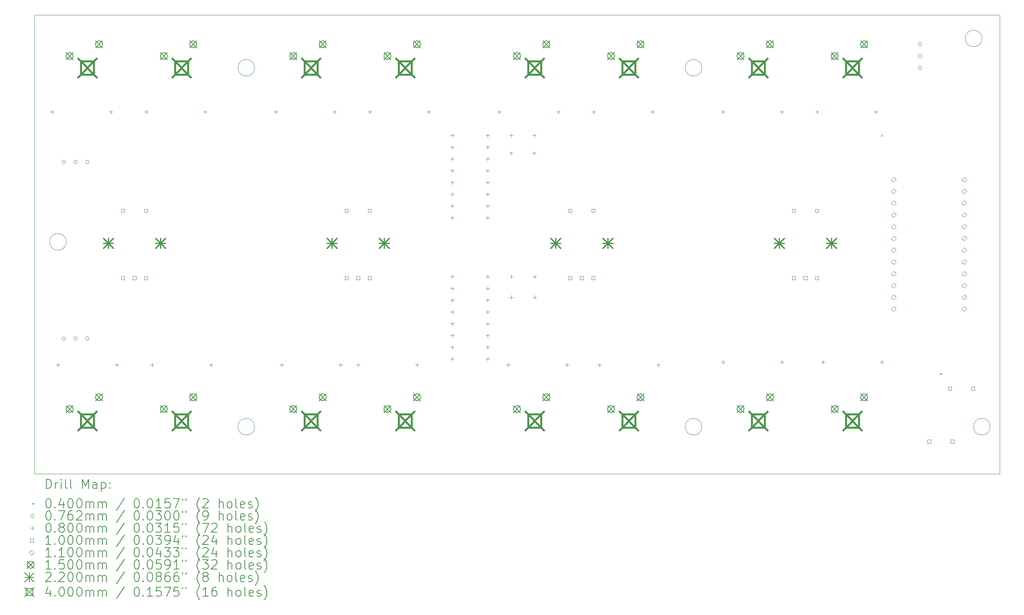
<source format=gbr>
%TF.GenerationSoftware,KiCad,Pcbnew,7.0.6*%
%TF.CreationDate,2023-08-29T18:11:48+02:00*%
%TF.ProjectId,photo console,70686f74-6f20-4636-9f6e-736f6c652e6b,rev?*%
%TF.SameCoordinates,Original*%
%TF.FileFunction,Drillmap*%
%TF.FilePolarity,Positive*%
%FSLAX45Y45*%
G04 Gerber Fmt 4.5, Leading zero omitted, Abs format (unit mm)*
G04 Created by KiCad (PCBNEW 7.0.6) date 2023-08-29 18:11:48*
%MOMM*%
%LPD*%
G01*
G04 APERTURE LIST*
%ADD10C,0.100000*%
%ADD11C,0.200000*%
%ADD12C,0.040000*%
%ADD13C,0.076200*%
%ADD14C,0.080000*%
%ADD15C,0.110000*%
%ADD16C,0.150000*%
%ADD17C,0.220000*%
%ADD18C,0.400000*%
G04 APERTURE END LIST*
D10*
X24563605Y-12827000D02*
G75*
G03*
X24563605Y-12827000I-179605J0D01*
G01*
X8688605Y-12827000D02*
G75*
G03*
X8688605Y-12827000I-179605J0D01*
G01*
X18340605Y-12827000D02*
G75*
G03*
X18340605Y-12827000I-179605J0D01*
G01*
X4624605Y-8837395D02*
G75*
G03*
X4624605Y-8837395I-179605J0D01*
G01*
X18340605Y-5080000D02*
G75*
G03*
X18340605Y-5080000I-179605J0D01*
G01*
X8688605Y-5080000D02*
G75*
G03*
X8688605Y-5080000I-179605J0D01*
G01*
X3937000Y-3937000D02*
X24765000Y-3937000D01*
X24765000Y-13843000D01*
X3937000Y-13843000D01*
X3937000Y-3937000D01*
X24384000Y-4445000D02*
G75*
G03*
X24384000Y-4445000I-179605J0D01*
G01*
D11*
D12*
X22205000Y-6520500D02*
X22245000Y-6560500D01*
X22245000Y-6520500D02*
X22205000Y-6560500D01*
X23475000Y-11664000D02*
X23515000Y-11704000D01*
X23515000Y-11664000D02*
X23475000Y-11704000D01*
D13*
X4610100Y-7112000D02*
G75*
G03*
X4610100Y-7112000I-38100J0D01*
G01*
X4610100Y-10922000D02*
G75*
G03*
X4610100Y-10922000I-38100J0D01*
G01*
X4864100Y-7112000D02*
G75*
G03*
X4864100Y-7112000I-38100J0D01*
G01*
X4864100Y-10922000D02*
G75*
G03*
X4864100Y-10922000I-38100J0D01*
G01*
X5118100Y-7112000D02*
G75*
G03*
X5118100Y-7112000I-38100J0D01*
G01*
X5118100Y-10922000D02*
G75*
G03*
X5118100Y-10922000I-38100J0D01*
G01*
X23088600Y-4572000D02*
G75*
G03*
X23088600Y-4572000I-38100J0D01*
G01*
X23088600Y-4826000D02*
G75*
G03*
X23088600Y-4826000I-38100J0D01*
G01*
X23088600Y-5080000D02*
G75*
G03*
X23088600Y-5080000I-38100J0D01*
G01*
D14*
X4318000Y-5992500D02*
X4318000Y-6072500D01*
X4278000Y-6032500D02*
X4358000Y-6032500D01*
X4445000Y-11453500D02*
X4445000Y-11533500D01*
X4405000Y-11493500D02*
X4485000Y-11493500D01*
X5588000Y-5992500D02*
X5588000Y-6072500D01*
X5548000Y-6032500D02*
X5628000Y-6032500D01*
X5715000Y-11453500D02*
X5715000Y-11533500D01*
X5675000Y-11493500D02*
X5755000Y-11493500D01*
X6350000Y-5992500D02*
X6350000Y-6072500D01*
X6310000Y-6032500D02*
X6390000Y-6032500D01*
X6477000Y-11453500D02*
X6477000Y-11533500D01*
X6437000Y-11493500D02*
X6517000Y-11493500D01*
X7620000Y-5992500D02*
X7620000Y-6072500D01*
X7580000Y-6032500D02*
X7660000Y-6032500D01*
X7747000Y-11453500D02*
X7747000Y-11533500D01*
X7707000Y-11493500D02*
X7787000Y-11493500D01*
X9144000Y-5992500D02*
X9144000Y-6072500D01*
X9104000Y-6032500D02*
X9184000Y-6032500D01*
X9271000Y-11453500D02*
X9271000Y-11533500D01*
X9231000Y-11493500D02*
X9311000Y-11493500D01*
X10414000Y-5992500D02*
X10414000Y-6072500D01*
X10374000Y-6032500D02*
X10454000Y-6032500D01*
X10541000Y-11453500D02*
X10541000Y-11533500D01*
X10501000Y-11493500D02*
X10581000Y-11493500D01*
X10922000Y-11453500D02*
X10922000Y-11533500D01*
X10882000Y-11493500D02*
X10962000Y-11493500D01*
X11176000Y-5992500D02*
X11176000Y-6072500D01*
X11136000Y-6032500D02*
X11216000Y-6032500D01*
X12192000Y-11453500D02*
X12192000Y-11533500D01*
X12152000Y-11493500D02*
X12232000Y-11493500D01*
X12446000Y-5992500D02*
X12446000Y-6072500D01*
X12406000Y-6032500D02*
X12486000Y-6032500D01*
X12954000Y-6500500D02*
X12954000Y-6580500D01*
X12914000Y-6540500D02*
X12994000Y-6540500D01*
X12954000Y-6754500D02*
X12954000Y-6834500D01*
X12914000Y-6794500D02*
X12994000Y-6794500D01*
X12954000Y-7008500D02*
X12954000Y-7088500D01*
X12914000Y-7048500D02*
X12994000Y-7048500D01*
X12954000Y-7262500D02*
X12954000Y-7342500D01*
X12914000Y-7302500D02*
X12994000Y-7302500D01*
X12954000Y-7516500D02*
X12954000Y-7596500D01*
X12914000Y-7556500D02*
X12994000Y-7556500D01*
X12954000Y-7770500D02*
X12954000Y-7850500D01*
X12914000Y-7810500D02*
X12994000Y-7810500D01*
X12954000Y-8024500D02*
X12954000Y-8104500D01*
X12914000Y-8064500D02*
X12994000Y-8064500D01*
X12954000Y-8278500D02*
X12954000Y-8358500D01*
X12914000Y-8318500D02*
X12994000Y-8318500D01*
X12954000Y-9548500D02*
X12954000Y-9628500D01*
X12914000Y-9588500D02*
X12994000Y-9588500D01*
X12954000Y-9802500D02*
X12954000Y-9882500D01*
X12914000Y-9842500D02*
X12994000Y-9842500D01*
X12954000Y-10056500D02*
X12954000Y-10136500D01*
X12914000Y-10096500D02*
X12994000Y-10096500D01*
X12954000Y-10310500D02*
X12954000Y-10390500D01*
X12914000Y-10350500D02*
X12994000Y-10350500D01*
X12954000Y-10564500D02*
X12954000Y-10644500D01*
X12914000Y-10604500D02*
X12994000Y-10604500D01*
X12954000Y-10818500D02*
X12954000Y-10898500D01*
X12914000Y-10858500D02*
X12994000Y-10858500D01*
X12954000Y-11072500D02*
X12954000Y-11152500D01*
X12914000Y-11112500D02*
X12994000Y-11112500D01*
X12954000Y-11326500D02*
X12954000Y-11406500D01*
X12914000Y-11366500D02*
X12994000Y-11366500D01*
X13716000Y-6500500D02*
X13716000Y-6580500D01*
X13676000Y-6540500D02*
X13756000Y-6540500D01*
X13716000Y-6754500D02*
X13716000Y-6834500D01*
X13676000Y-6794500D02*
X13756000Y-6794500D01*
X13716000Y-7008500D02*
X13716000Y-7088500D01*
X13676000Y-7048500D02*
X13756000Y-7048500D01*
X13716000Y-7262500D02*
X13716000Y-7342500D01*
X13676000Y-7302500D02*
X13756000Y-7302500D01*
X13716000Y-7516500D02*
X13716000Y-7596500D01*
X13676000Y-7556500D02*
X13756000Y-7556500D01*
X13716000Y-7770500D02*
X13716000Y-7850500D01*
X13676000Y-7810500D02*
X13756000Y-7810500D01*
X13716000Y-8024500D02*
X13716000Y-8104500D01*
X13676000Y-8064500D02*
X13756000Y-8064500D01*
X13716000Y-8278500D02*
X13716000Y-8358500D01*
X13676000Y-8318500D02*
X13756000Y-8318500D01*
X13716000Y-9548500D02*
X13716000Y-9628500D01*
X13676000Y-9588500D02*
X13756000Y-9588500D01*
X13716000Y-9802500D02*
X13716000Y-9882500D01*
X13676000Y-9842500D02*
X13756000Y-9842500D01*
X13716000Y-10056500D02*
X13716000Y-10136500D01*
X13676000Y-10096500D02*
X13756000Y-10096500D01*
X13716000Y-10310500D02*
X13716000Y-10390500D01*
X13676000Y-10350500D02*
X13756000Y-10350500D01*
X13716000Y-10564500D02*
X13716000Y-10644500D01*
X13676000Y-10604500D02*
X13756000Y-10604500D01*
X13716000Y-10818500D02*
X13716000Y-10898500D01*
X13676000Y-10858500D02*
X13756000Y-10858500D01*
X13716000Y-11072500D02*
X13716000Y-11152500D01*
X13676000Y-11112500D02*
X13756000Y-11112500D01*
X13716000Y-11326500D02*
X13716000Y-11406500D01*
X13676000Y-11366500D02*
X13756000Y-11366500D01*
X13970000Y-5992500D02*
X13970000Y-6072500D01*
X13930000Y-6032500D02*
X14010000Y-6032500D01*
X14160500Y-11453500D02*
X14160500Y-11533500D01*
X14120500Y-11493500D02*
X14200500Y-11493500D01*
X14224000Y-6500500D02*
X14224000Y-6580500D01*
X14184000Y-6540500D02*
X14264000Y-6540500D01*
X14224000Y-6881500D02*
X14224000Y-6961500D01*
X14184000Y-6921500D02*
X14264000Y-6921500D01*
X14232000Y-9548500D02*
X14232000Y-9628500D01*
X14192000Y-9588500D02*
X14272000Y-9588500D01*
X14232000Y-9993000D02*
X14232000Y-10073000D01*
X14192000Y-10033000D02*
X14272000Y-10033000D01*
X14724000Y-6500500D02*
X14724000Y-6580500D01*
X14684000Y-6540500D02*
X14764000Y-6540500D01*
X14724000Y-6881500D02*
X14724000Y-6961500D01*
X14684000Y-6921500D02*
X14764000Y-6921500D01*
X14732000Y-9548500D02*
X14732000Y-9628500D01*
X14692000Y-9588500D02*
X14772000Y-9588500D01*
X14732000Y-9993000D02*
X14732000Y-10073000D01*
X14692000Y-10033000D02*
X14772000Y-10033000D01*
X15240000Y-5992500D02*
X15240000Y-6072500D01*
X15200000Y-6032500D02*
X15280000Y-6032500D01*
X15430500Y-11453500D02*
X15430500Y-11533500D01*
X15390500Y-11493500D02*
X15470500Y-11493500D01*
X16002000Y-5992500D02*
X16002000Y-6072500D01*
X15962000Y-6032500D02*
X16042000Y-6032500D01*
X16129000Y-11453500D02*
X16129000Y-11533500D01*
X16089000Y-11493500D02*
X16169000Y-11493500D01*
X17272000Y-5992500D02*
X17272000Y-6072500D01*
X17232000Y-6032500D02*
X17312000Y-6032500D01*
X17399000Y-11453500D02*
X17399000Y-11533500D01*
X17359000Y-11493500D02*
X17439000Y-11493500D01*
X18796000Y-5992500D02*
X18796000Y-6072500D01*
X18756000Y-6032500D02*
X18836000Y-6032500D01*
X18796000Y-11390000D02*
X18796000Y-11470000D01*
X18756000Y-11430000D02*
X18836000Y-11430000D01*
X20066000Y-5992500D02*
X20066000Y-6072500D01*
X20026000Y-6032500D02*
X20106000Y-6032500D01*
X20066000Y-11390000D02*
X20066000Y-11470000D01*
X20026000Y-11430000D02*
X20106000Y-11430000D01*
X20828000Y-5992500D02*
X20828000Y-6072500D01*
X20788000Y-6032500D02*
X20868000Y-6032500D01*
X20955000Y-11390000D02*
X20955000Y-11470000D01*
X20915000Y-11430000D02*
X20995000Y-11430000D01*
X22098000Y-5992500D02*
X22098000Y-6072500D01*
X22058000Y-6032500D02*
X22138000Y-6032500D01*
X22225000Y-11390000D02*
X22225000Y-11470000D01*
X22185000Y-11430000D02*
X22265000Y-11430000D01*
D10*
X5881356Y-8200356D02*
X5881356Y-8129644D01*
X5810644Y-8129644D01*
X5810644Y-8200356D01*
X5881356Y-8200356D01*
X5881356Y-9650356D02*
X5881356Y-9579644D01*
X5810644Y-9579644D01*
X5810644Y-9650356D01*
X5881356Y-9650356D01*
X6131356Y-9650356D02*
X6131356Y-9579644D01*
X6060644Y-9579644D01*
X6060644Y-9650356D01*
X6131356Y-9650356D01*
X6381356Y-8200356D02*
X6381356Y-8129644D01*
X6310644Y-8129644D01*
X6310644Y-8200356D01*
X6381356Y-8200356D01*
X6381356Y-9650356D02*
X6381356Y-9579644D01*
X6310644Y-9579644D01*
X6310644Y-9650356D01*
X6381356Y-9650356D01*
X10707356Y-8200356D02*
X10707356Y-8129644D01*
X10636644Y-8129644D01*
X10636644Y-8200356D01*
X10707356Y-8200356D01*
X10707356Y-9650356D02*
X10707356Y-9579644D01*
X10636644Y-9579644D01*
X10636644Y-9650356D01*
X10707356Y-9650356D01*
X10957356Y-9650356D02*
X10957356Y-9579644D01*
X10886644Y-9579644D01*
X10886644Y-9650356D01*
X10957356Y-9650356D01*
X11207356Y-8200356D02*
X11207356Y-8129644D01*
X11136644Y-8129644D01*
X11136644Y-8200356D01*
X11207356Y-8200356D01*
X11207356Y-9650356D02*
X11207356Y-9579644D01*
X11136644Y-9579644D01*
X11136644Y-9650356D01*
X11207356Y-9650356D01*
X15533356Y-8200356D02*
X15533356Y-8129644D01*
X15462644Y-8129644D01*
X15462644Y-8200356D01*
X15533356Y-8200356D01*
X15533356Y-9650356D02*
X15533356Y-9579644D01*
X15462644Y-9579644D01*
X15462644Y-9650356D01*
X15533356Y-9650356D01*
X15783356Y-9650356D02*
X15783356Y-9579644D01*
X15712644Y-9579644D01*
X15712644Y-9650356D01*
X15783356Y-9650356D01*
X16033356Y-8200356D02*
X16033356Y-8129644D01*
X15962644Y-8129644D01*
X15962644Y-8200356D01*
X16033356Y-8200356D01*
X16033356Y-9650356D02*
X16033356Y-9579644D01*
X15962644Y-9579644D01*
X15962644Y-9650356D01*
X16033356Y-9650356D01*
X20359356Y-8200356D02*
X20359356Y-8129644D01*
X20288644Y-8129644D01*
X20288644Y-8200356D01*
X20359356Y-8200356D01*
X20359356Y-9650356D02*
X20359356Y-9579644D01*
X20288644Y-9579644D01*
X20288644Y-9650356D01*
X20359356Y-9650356D01*
X20609356Y-9650356D02*
X20609356Y-9579644D01*
X20538644Y-9579644D01*
X20538644Y-9650356D01*
X20609356Y-9650356D01*
X20859356Y-8200356D02*
X20859356Y-8129644D01*
X20788644Y-8129644D01*
X20788644Y-8200356D01*
X20859356Y-8200356D01*
X20859356Y-9650356D02*
X20859356Y-9579644D01*
X20788644Y-9579644D01*
X20788644Y-9650356D01*
X20859356Y-9650356D01*
X23284356Y-13179856D02*
X23284356Y-13109144D01*
X23213644Y-13109144D01*
X23213644Y-13179856D01*
X23284356Y-13179856D01*
X23728856Y-12036856D02*
X23728856Y-11966144D01*
X23658144Y-11966144D01*
X23658144Y-12036856D01*
X23728856Y-12036856D01*
X23784356Y-13179856D02*
X23784356Y-13109144D01*
X23713644Y-13109144D01*
X23713644Y-13179856D01*
X23784356Y-13179856D01*
X24228856Y-12036856D02*
X24228856Y-11966144D01*
X24158144Y-11966144D01*
X24158144Y-12036856D01*
X24228856Y-12036856D01*
D15*
X22479000Y-7548000D02*
X22534000Y-7493000D01*
X22479000Y-7438000D01*
X22424000Y-7493000D01*
X22479000Y-7548000D01*
X22479000Y-7802000D02*
X22534000Y-7747000D01*
X22479000Y-7692000D01*
X22424000Y-7747000D01*
X22479000Y-7802000D01*
X22479000Y-8056000D02*
X22534000Y-8001000D01*
X22479000Y-7946000D01*
X22424000Y-8001000D01*
X22479000Y-8056000D01*
X22479000Y-8310000D02*
X22534000Y-8255000D01*
X22479000Y-8200000D01*
X22424000Y-8255000D01*
X22479000Y-8310000D01*
X22479000Y-8564000D02*
X22534000Y-8509000D01*
X22479000Y-8454000D01*
X22424000Y-8509000D01*
X22479000Y-8564000D01*
X22479000Y-8818000D02*
X22534000Y-8763000D01*
X22479000Y-8708000D01*
X22424000Y-8763000D01*
X22479000Y-8818000D01*
X22479000Y-9072000D02*
X22534000Y-9017000D01*
X22479000Y-8962000D01*
X22424000Y-9017000D01*
X22479000Y-9072000D01*
X22479000Y-9326000D02*
X22534000Y-9271000D01*
X22479000Y-9216000D01*
X22424000Y-9271000D01*
X22479000Y-9326000D01*
X22479000Y-9580000D02*
X22534000Y-9525000D01*
X22479000Y-9470000D01*
X22424000Y-9525000D01*
X22479000Y-9580000D01*
X22479000Y-9834000D02*
X22534000Y-9779000D01*
X22479000Y-9724000D01*
X22424000Y-9779000D01*
X22479000Y-9834000D01*
X22479000Y-10088000D02*
X22534000Y-10033000D01*
X22479000Y-9978000D01*
X22424000Y-10033000D01*
X22479000Y-10088000D01*
X22479000Y-10342000D02*
X22534000Y-10287000D01*
X22479000Y-10232000D01*
X22424000Y-10287000D01*
X22479000Y-10342000D01*
X24003000Y-7548000D02*
X24058000Y-7493000D01*
X24003000Y-7438000D01*
X23948000Y-7493000D01*
X24003000Y-7548000D01*
X24003000Y-7802000D02*
X24058000Y-7747000D01*
X24003000Y-7692000D01*
X23948000Y-7747000D01*
X24003000Y-7802000D01*
X24003000Y-8056000D02*
X24058000Y-8001000D01*
X24003000Y-7946000D01*
X23948000Y-8001000D01*
X24003000Y-8056000D01*
X24003000Y-8310000D02*
X24058000Y-8255000D01*
X24003000Y-8200000D01*
X23948000Y-8255000D01*
X24003000Y-8310000D01*
X24003000Y-8564000D02*
X24058000Y-8509000D01*
X24003000Y-8454000D01*
X23948000Y-8509000D01*
X24003000Y-8564000D01*
X24003000Y-8818000D02*
X24058000Y-8763000D01*
X24003000Y-8708000D01*
X23948000Y-8763000D01*
X24003000Y-8818000D01*
X24003000Y-9072000D02*
X24058000Y-9017000D01*
X24003000Y-8962000D01*
X23948000Y-9017000D01*
X24003000Y-9072000D01*
X24003000Y-9326000D02*
X24058000Y-9271000D01*
X24003000Y-9216000D01*
X23948000Y-9271000D01*
X24003000Y-9326000D01*
X24003000Y-9580000D02*
X24058000Y-9525000D01*
X24003000Y-9470000D01*
X23948000Y-9525000D01*
X24003000Y-9580000D01*
X24003000Y-9834000D02*
X24058000Y-9779000D01*
X24003000Y-9724000D01*
X23948000Y-9779000D01*
X24003000Y-9834000D01*
X24003000Y-10088000D02*
X24058000Y-10033000D01*
X24003000Y-9978000D01*
X23948000Y-10033000D01*
X24003000Y-10088000D01*
X24003000Y-10342000D02*
X24058000Y-10287000D01*
X24003000Y-10232000D01*
X23948000Y-10287000D01*
X24003000Y-10342000D01*
D16*
X4624000Y-4751000D02*
X4774000Y-4901000D01*
X4774000Y-4751000D02*
X4624000Y-4901000D01*
X4774000Y-4826000D02*
G75*
G03*
X4774000Y-4826000I-75000J0D01*
G01*
X4624000Y-12371000D02*
X4774000Y-12521000D01*
X4774000Y-12371000D02*
X4624000Y-12521000D01*
X4774000Y-12446000D02*
G75*
G03*
X4774000Y-12446000I-75000J0D01*
G01*
X5259000Y-4497000D02*
X5409000Y-4647000D01*
X5409000Y-4497000D02*
X5259000Y-4647000D01*
X5409000Y-4572000D02*
G75*
G03*
X5409000Y-4572000I-75000J0D01*
G01*
X5259000Y-12117000D02*
X5409000Y-12267000D01*
X5409000Y-12117000D02*
X5259000Y-12267000D01*
X5409000Y-12192000D02*
G75*
G03*
X5409000Y-12192000I-75000J0D01*
G01*
X6656000Y-4751000D02*
X6806000Y-4901000D01*
X6806000Y-4751000D02*
X6656000Y-4901000D01*
X6806000Y-4826000D02*
G75*
G03*
X6806000Y-4826000I-75000J0D01*
G01*
X6656000Y-12371000D02*
X6806000Y-12521000D01*
X6806000Y-12371000D02*
X6656000Y-12521000D01*
X6806000Y-12446000D02*
G75*
G03*
X6806000Y-12446000I-75000J0D01*
G01*
X7291000Y-4497000D02*
X7441000Y-4647000D01*
X7441000Y-4497000D02*
X7291000Y-4647000D01*
X7441000Y-4572000D02*
G75*
G03*
X7441000Y-4572000I-75000J0D01*
G01*
X7291000Y-12117000D02*
X7441000Y-12267000D01*
X7441000Y-12117000D02*
X7291000Y-12267000D01*
X7441000Y-12192000D02*
G75*
G03*
X7441000Y-12192000I-75000J0D01*
G01*
X9450000Y-4751000D02*
X9600000Y-4901000D01*
X9600000Y-4751000D02*
X9450000Y-4901000D01*
X9600000Y-4826000D02*
G75*
G03*
X9600000Y-4826000I-75000J0D01*
G01*
X9450000Y-12371000D02*
X9600000Y-12521000D01*
X9600000Y-12371000D02*
X9450000Y-12521000D01*
X9600000Y-12446000D02*
G75*
G03*
X9600000Y-12446000I-75000J0D01*
G01*
X10085000Y-4497000D02*
X10235000Y-4647000D01*
X10235000Y-4497000D02*
X10085000Y-4647000D01*
X10235000Y-4572000D02*
G75*
G03*
X10235000Y-4572000I-75000J0D01*
G01*
X10085000Y-12117000D02*
X10235000Y-12267000D01*
X10235000Y-12117000D02*
X10085000Y-12267000D01*
X10235000Y-12192000D02*
G75*
G03*
X10235000Y-12192000I-75000J0D01*
G01*
X11482000Y-4751000D02*
X11632000Y-4901000D01*
X11632000Y-4751000D02*
X11482000Y-4901000D01*
X11632000Y-4826000D02*
G75*
G03*
X11632000Y-4826000I-75000J0D01*
G01*
X11482000Y-12371000D02*
X11632000Y-12521000D01*
X11632000Y-12371000D02*
X11482000Y-12521000D01*
X11632000Y-12446000D02*
G75*
G03*
X11632000Y-12446000I-75000J0D01*
G01*
X12117000Y-4497000D02*
X12267000Y-4647000D01*
X12267000Y-4497000D02*
X12117000Y-4647000D01*
X12267000Y-4572000D02*
G75*
G03*
X12267000Y-4572000I-75000J0D01*
G01*
X12117000Y-12117000D02*
X12267000Y-12267000D01*
X12267000Y-12117000D02*
X12117000Y-12267000D01*
X12267000Y-12192000D02*
G75*
G03*
X12267000Y-12192000I-75000J0D01*
G01*
X14276000Y-4751000D02*
X14426000Y-4901000D01*
X14426000Y-4751000D02*
X14276000Y-4901000D01*
X14426000Y-4826000D02*
G75*
G03*
X14426000Y-4826000I-75000J0D01*
G01*
X14276000Y-12371000D02*
X14426000Y-12521000D01*
X14426000Y-12371000D02*
X14276000Y-12521000D01*
X14426000Y-12446000D02*
G75*
G03*
X14426000Y-12446000I-75000J0D01*
G01*
X14911000Y-4497000D02*
X15061000Y-4647000D01*
X15061000Y-4497000D02*
X14911000Y-4647000D01*
X15061000Y-4572000D02*
G75*
G03*
X15061000Y-4572000I-75000J0D01*
G01*
X14911000Y-12117000D02*
X15061000Y-12267000D01*
X15061000Y-12117000D02*
X14911000Y-12267000D01*
X15061000Y-12192000D02*
G75*
G03*
X15061000Y-12192000I-75000J0D01*
G01*
X16308000Y-4751000D02*
X16458000Y-4901000D01*
X16458000Y-4751000D02*
X16308000Y-4901000D01*
X16458000Y-4826000D02*
G75*
G03*
X16458000Y-4826000I-75000J0D01*
G01*
X16308000Y-12371000D02*
X16458000Y-12521000D01*
X16458000Y-12371000D02*
X16308000Y-12521000D01*
X16458000Y-12446000D02*
G75*
G03*
X16458000Y-12446000I-75000J0D01*
G01*
X16943000Y-4497000D02*
X17093000Y-4647000D01*
X17093000Y-4497000D02*
X16943000Y-4647000D01*
X17093000Y-4572000D02*
G75*
G03*
X17093000Y-4572000I-75000J0D01*
G01*
X16943000Y-12117000D02*
X17093000Y-12267000D01*
X17093000Y-12117000D02*
X16943000Y-12267000D01*
X17093000Y-12192000D02*
G75*
G03*
X17093000Y-12192000I-75000J0D01*
G01*
X19102000Y-4751000D02*
X19252000Y-4901000D01*
X19252000Y-4751000D02*
X19102000Y-4901000D01*
X19252000Y-4826000D02*
G75*
G03*
X19252000Y-4826000I-75000J0D01*
G01*
X19102000Y-12371000D02*
X19252000Y-12521000D01*
X19252000Y-12371000D02*
X19102000Y-12521000D01*
X19252000Y-12446000D02*
G75*
G03*
X19252000Y-12446000I-75000J0D01*
G01*
X19737000Y-4497000D02*
X19887000Y-4647000D01*
X19887000Y-4497000D02*
X19737000Y-4647000D01*
X19887000Y-4572000D02*
G75*
G03*
X19887000Y-4572000I-75000J0D01*
G01*
X19737000Y-12117000D02*
X19887000Y-12267000D01*
X19887000Y-12117000D02*
X19737000Y-12267000D01*
X19887000Y-12192000D02*
G75*
G03*
X19887000Y-12192000I-75000J0D01*
G01*
X21134000Y-4751000D02*
X21284000Y-4901000D01*
X21284000Y-4751000D02*
X21134000Y-4901000D01*
X21284000Y-4826000D02*
G75*
G03*
X21284000Y-4826000I-75000J0D01*
G01*
X21134000Y-12371000D02*
X21284000Y-12521000D01*
X21284000Y-12371000D02*
X21134000Y-12521000D01*
X21284000Y-12446000D02*
G75*
G03*
X21284000Y-12446000I-75000J0D01*
G01*
X21769000Y-4497000D02*
X21919000Y-4647000D01*
X21919000Y-4497000D02*
X21769000Y-4647000D01*
X21919000Y-4572000D02*
G75*
G03*
X21919000Y-4572000I-75000J0D01*
G01*
X21769000Y-12117000D02*
X21919000Y-12267000D01*
X21919000Y-12117000D02*
X21769000Y-12267000D01*
X21919000Y-12192000D02*
G75*
G03*
X21919000Y-12192000I-75000J0D01*
G01*
D17*
X5426000Y-8755000D02*
X5646000Y-8975000D01*
X5646000Y-8755000D02*
X5426000Y-8975000D01*
X5536000Y-8755000D02*
X5536000Y-8975000D01*
X5426000Y-8865000D02*
X5646000Y-8865000D01*
X6546000Y-8755000D02*
X6766000Y-8975000D01*
X6766000Y-8755000D02*
X6546000Y-8975000D01*
X6656000Y-8755000D02*
X6656000Y-8975000D01*
X6546000Y-8865000D02*
X6766000Y-8865000D01*
X10252000Y-8755000D02*
X10472000Y-8975000D01*
X10472000Y-8755000D02*
X10252000Y-8975000D01*
X10362000Y-8755000D02*
X10362000Y-8975000D01*
X10252000Y-8865000D02*
X10472000Y-8865000D01*
X11372000Y-8755000D02*
X11592000Y-8975000D01*
X11592000Y-8755000D02*
X11372000Y-8975000D01*
X11482000Y-8755000D02*
X11482000Y-8975000D01*
X11372000Y-8865000D02*
X11592000Y-8865000D01*
X15078000Y-8755000D02*
X15298000Y-8975000D01*
X15298000Y-8755000D02*
X15078000Y-8975000D01*
X15188000Y-8755000D02*
X15188000Y-8975000D01*
X15078000Y-8865000D02*
X15298000Y-8865000D01*
X16198000Y-8755000D02*
X16418000Y-8975000D01*
X16418000Y-8755000D02*
X16198000Y-8975000D01*
X16308000Y-8755000D02*
X16308000Y-8975000D01*
X16198000Y-8865000D02*
X16418000Y-8865000D01*
X19904000Y-8755000D02*
X20124000Y-8975000D01*
X20124000Y-8755000D02*
X19904000Y-8975000D01*
X20014000Y-8755000D02*
X20014000Y-8975000D01*
X19904000Y-8865000D02*
X20124000Y-8865000D01*
X21024000Y-8755000D02*
X21244000Y-8975000D01*
X21244000Y-8755000D02*
X21024000Y-8975000D01*
X21134000Y-8755000D02*
X21134000Y-8975000D01*
X21024000Y-8865000D02*
X21244000Y-8865000D01*
D18*
X4880000Y-4880000D02*
X5280000Y-5280000D01*
X5280000Y-4880000D02*
X4880000Y-5280000D01*
X5221423Y-5221423D02*
X5221423Y-4938577D01*
X4938577Y-4938577D01*
X4938577Y-5221423D01*
X5221423Y-5221423D01*
X4880000Y-12500000D02*
X5280000Y-12900000D01*
X5280000Y-12500000D02*
X4880000Y-12900000D01*
X5221423Y-12841423D02*
X5221423Y-12558577D01*
X4938577Y-12558577D01*
X4938577Y-12841423D01*
X5221423Y-12841423D01*
X6912000Y-4880000D02*
X7312000Y-5280000D01*
X7312000Y-4880000D02*
X6912000Y-5280000D01*
X7253423Y-5221423D02*
X7253423Y-4938577D01*
X6970577Y-4938577D01*
X6970577Y-5221423D01*
X7253423Y-5221423D01*
X6912000Y-12500000D02*
X7312000Y-12900000D01*
X7312000Y-12500000D02*
X6912000Y-12900000D01*
X7253423Y-12841423D02*
X7253423Y-12558577D01*
X6970577Y-12558577D01*
X6970577Y-12841423D01*
X7253423Y-12841423D01*
X9706000Y-4880000D02*
X10106000Y-5280000D01*
X10106000Y-4880000D02*
X9706000Y-5280000D01*
X10047423Y-5221423D02*
X10047423Y-4938577D01*
X9764577Y-4938577D01*
X9764577Y-5221423D01*
X10047423Y-5221423D01*
X9706000Y-12500000D02*
X10106000Y-12900000D01*
X10106000Y-12500000D02*
X9706000Y-12900000D01*
X10047423Y-12841423D02*
X10047423Y-12558577D01*
X9764577Y-12558577D01*
X9764577Y-12841423D01*
X10047423Y-12841423D01*
X11738000Y-4880000D02*
X12138000Y-5280000D01*
X12138000Y-4880000D02*
X11738000Y-5280000D01*
X12079423Y-5221423D02*
X12079423Y-4938577D01*
X11796577Y-4938577D01*
X11796577Y-5221423D01*
X12079423Y-5221423D01*
X11738000Y-12500000D02*
X12138000Y-12900000D01*
X12138000Y-12500000D02*
X11738000Y-12900000D01*
X12079423Y-12841423D02*
X12079423Y-12558577D01*
X11796577Y-12558577D01*
X11796577Y-12841423D01*
X12079423Y-12841423D01*
X14532000Y-4880000D02*
X14932000Y-5280000D01*
X14932000Y-4880000D02*
X14532000Y-5280000D01*
X14873423Y-5221423D02*
X14873423Y-4938577D01*
X14590577Y-4938577D01*
X14590577Y-5221423D01*
X14873423Y-5221423D01*
X14532000Y-12500000D02*
X14932000Y-12900000D01*
X14932000Y-12500000D02*
X14532000Y-12900000D01*
X14873423Y-12841423D02*
X14873423Y-12558577D01*
X14590577Y-12558577D01*
X14590577Y-12841423D01*
X14873423Y-12841423D01*
X16564000Y-4880000D02*
X16964000Y-5280000D01*
X16964000Y-4880000D02*
X16564000Y-5280000D01*
X16905423Y-5221423D02*
X16905423Y-4938577D01*
X16622577Y-4938577D01*
X16622577Y-5221423D01*
X16905423Y-5221423D01*
X16564000Y-12500000D02*
X16964000Y-12900000D01*
X16964000Y-12500000D02*
X16564000Y-12900000D01*
X16905423Y-12841423D02*
X16905423Y-12558577D01*
X16622577Y-12558577D01*
X16622577Y-12841423D01*
X16905423Y-12841423D01*
X19358000Y-4880000D02*
X19758000Y-5280000D01*
X19758000Y-4880000D02*
X19358000Y-5280000D01*
X19699423Y-5221423D02*
X19699423Y-4938577D01*
X19416577Y-4938577D01*
X19416577Y-5221423D01*
X19699423Y-5221423D01*
X19358000Y-12500000D02*
X19758000Y-12900000D01*
X19758000Y-12500000D02*
X19358000Y-12900000D01*
X19699423Y-12841423D02*
X19699423Y-12558577D01*
X19416577Y-12558577D01*
X19416577Y-12841423D01*
X19699423Y-12841423D01*
X21390000Y-4880000D02*
X21790000Y-5280000D01*
X21790000Y-4880000D02*
X21390000Y-5280000D01*
X21731423Y-5221423D02*
X21731423Y-4938577D01*
X21448577Y-4938577D01*
X21448577Y-5221423D01*
X21731423Y-5221423D01*
X21390000Y-12500000D02*
X21790000Y-12900000D01*
X21790000Y-12500000D02*
X21390000Y-12900000D01*
X21731423Y-12841423D02*
X21731423Y-12558577D01*
X21448577Y-12558577D01*
X21448577Y-12841423D01*
X21731423Y-12841423D01*
D11*
X4192777Y-14159484D02*
X4192777Y-13959484D01*
X4192777Y-13959484D02*
X4240396Y-13959484D01*
X4240396Y-13959484D02*
X4268967Y-13969008D01*
X4268967Y-13969008D02*
X4288015Y-13988055D01*
X4288015Y-13988055D02*
X4297539Y-14007103D01*
X4297539Y-14007103D02*
X4307063Y-14045198D01*
X4307063Y-14045198D02*
X4307063Y-14073769D01*
X4307063Y-14073769D02*
X4297539Y-14111865D01*
X4297539Y-14111865D02*
X4288015Y-14130912D01*
X4288015Y-14130912D02*
X4268967Y-14149960D01*
X4268967Y-14149960D02*
X4240396Y-14159484D01*
X4240396Y-14159484D02*
X4192777Y-14159484D01*
X4392777Y-14159484D02*
X4392777Y-14026150D01*
X4392777Y-14064246D02*
X4402301Y-14045198D01*
X4402301Y-14045198D02*
X4411824Y-14035674D01*
X4411824Y-14035674D02*
X4430872Y-14026150D01*
X4430872Y-14026150D02*
X4449920Y-14026150D01*
X4516586Y-14159484D02*
X4516586Y-14026150D01*
X4516586Y-13959484D02*
X4507063Y-13969008D01*
X4507063Y-13969008D02*
X4516586Y-13978531D01*
X4516586Y-13978531D02*
X4526110Y-13969008D01*
X4526110Y-13969008D02*
X4516586Y-13959484D01*
X4516586Y-13959484D02*
X4516586Y-13978531D01*
X4640396Y-14159484D02*
X4621348Y-14149960D01*
X4621348Y-14149960D02*
X4611824Y-14130912D01*
X4611824Y-14130912D02*
X4611824Y-13959484D01*
X4745158Y-14159484D02*
X4726110Y-14149960D01*
X4726110Y-14149960D02*
X4716586Y-14130912D01*
X4716586Y-14130912D02*
X4716586Y-13959484D01*
X4973729Y-14159484D02*
X4973729Y-13959484D01*
X4973729Y-13959484D02*
X5040396Y-14102341D01*
X5040396Y-14102341D02*
X5107063Y-13959484D01*
X5107063Y-13959484D02*
X5107063Y-14159484D01*
X5288015Y-14159484D02*
X5288015Y-14054722D01*
X5288015Y-14054722D02*
X5278491Y-14035674D01*
X5278491Y-14035674D02*
X5259444Y-14026150D01*
X5259444Y-14026150D02*
X5221348Y-14026150D01*
X5221348Y-14026150D02*
X5202301Y-14035674D01*
X5288015Y-14149960D02*
X5268967Y-14159484D01*
X5268967Y-14159484D02*
X5221348Y-14159484D01*
X5221348Y-14159484D02*
X5202301Y-14149960D01*
X5202301Y-14149960D02*
X5192777Y-14130912D01*
X5192777Y-14130912D02*
X5192777Y-14111865D01*
X5192777Y-14111865D02*
X5202301Y-14092817D01*
X5202301Y-14092817D02*
X5221348Y-14083293D01*
X5221348Y-14083293D02*
X5268967Y-14083293D01*
X5268967Y-14083293D02*
X5288015Y-14073769D01*
X5383253Y-14026150D02*
X5383253Y-14226150D01*
X5383253Y-14035674D02*
X5402301Y-14026150D01*
X5402301Y-14026150D02*
X5440396Y-14026150D01*
X5440396Y-14026150D02*
X5459444Y-14035674D01*
X5459444Y-14035674D02*
X5468967Y-14045198D01*
X5468967Y-14045198D02*
X5478491Y-14064246D01*
X5478491Y-14064246D02*
X5478491Y-14121388D01*
X5478491Y-14121388D02*
X5468967Y-14140436D01*
X5468967Y-14140436D02*
X5459444Y-14149960D01*
X5459444Y-14149960D02*
X5440396Y-14159484D01*
X5440396Y-14159484D02*
X5402301Y-14159484D01*
X5402301Y-14159484D02*
X5383253Y-14149960D01*
X5564205Y-14140436D02*
X5573729Y-14149960D01*
X5573729Y-14149960D02*
X5564205Y-14159484D01*
X5564205Y-14159484D02*
X5554682Y-14149960D01*
X5554682Y-14149960D02*
X5564205Y-14140436D01*
X5564205Y-14140436D02*
X5564205Y-14159484D01*
X5564205Y-14035674D02*
X5573729Y-14045198D01*
X5573729Y-14045198D02*
X5564205Y-14054722D01*
X5564205Y-14054722D02*
X5554682Y-14045198D01*
X5554682Y-14045198D02*
X5564205Y-14035674D01*
X5564205Y-14035674D02*
X5564205Y-14054722D01*
D12*
X3892000Y-14468000D02*
X3932000Y-14508000D01*
X3932000Y-14468000D02*
X3892000Y-14508000D01*
D11*
X4230872Y-14379484D02*
X4249920Y-14379484D01*
X4249920Y-14379484D02*
X4268967Y-14389008D01*
X4268967Y-14389008D02*
X4278491Y-14398531D01*
X4278491Y-14398531D02*
X4288015Y-14417579D01*
X4288015Y-14417579D02*
X4297539Y-14455674D01*
X4297539Y-14455674D02*
X4297539Y-14503293D01*
X4297539Y-14503293D02*
X4288015Y-14541388D01*
X4288015Y-14541388D02*
X4278491Y-14560436D01*
X4278491Y-14560436D02*
X4268967Y-14569960D01*
X4268967Y-14569960D02*
X4249920Y-14579484D01*
X4249920Y-14579484D02*
X4230872Y-14579484D01*
X4230872Y-14579484D02*
X4211824Y-14569960D01*
X4211824Y-14569960D02*
X4202301Y-14560436D01*
X4202301Y-14560436D02*
X4192777Y-14541388D01*
X4192777Y-14541388D02*
X4183253Y-14503293D01*
X4183253Y-14503293D02*
X4183253Y-14455674D01*
X4183253Y-14455674D02*
X4192777Y-14417579D01*
X4192777Y-14417579D02*
X4202301Y-14398531D01*
X4202301Y-14398531D02*
X4211824Y-14389008D01*
X4211824Y-14389008D02*
X4230872Y-14379484D01*
X4383253Y-14560436D02*
X4392777Y-14569960D01*
X4392777Y-14569960D02*
X4383253Y-14579484D01*
X4383253Y-14579484D02*
X4373729Y-14569960D01*
X4373729Y-14569960D02*
X4383253Y-14560436D01*
X4383253Y-14560436D02*
X4383253Y-14579484D01*
X4564205Y-14446150D02*
X4564205Y-14579484D01*
X4516586Y-14369960D02*
X4468967Y-14512817D01*
X4468967Y-14512817D02*
X4592777Y-14512817D01*
X4707063Y-14379484D02*
X4726110Y-14379484D01*
X4726110Y-14379484D02*
X4745158Y-14389008D01*
X4745158Y-14389008D02*
X4754682Y-14398531D01*
X4754682Y-14398531D02*
X4764205Y-14417579D01*
X4764205Y-14417579D02*
X4773729Y-14455674D01*
X4773729Y-14455674D02*
X4773729Y-14503293D01*
X4773729Y-14503293D02*
X4764205Y-14541388D01*
X4764205Y-14541388D02*
X4754682Y-14560436D01*
X4754682Y-14560436D02*
X4745158Y-14569960D01*
X4745158Y-14569960D02*
X4726110Y-14579484D01*
X4726110Y-14579484D02*
X4707063Y-14579484D01*
X4707063Y-14579484D02*
X4688015Y-14569960D01*
X4688015Y-14569960D02*
X4678491Y-14560436D01*
X4678491Y-14560436D02*
X4668967Y-14541388D01*
X4668967Y-14541388D02*
X4659444Y-14503293D01*
X4659444Y-14503293D02*
X4659444Y-14455674D01*
X4659444Y-14455674D02*
X4668967Y-14417579D01*
X4668967Y-14417579D02*
X4678491Y-14398531D01*
X4678491Y-14398531D02*
X4688015Y-14389008D01*
X4688015Y-14389008D02*
X4707063Y-14379484D01*
X4897539Y-14379484D02*
X4916586Y-14379484D01*
X4916586Y-14379484D02*
X4935634Y-14389008D01*
X4935634Y-14389008D02*
X4945158Y-14398531D01*
X4945158Y-14398531D02*
X4954682Y-14417579D01*
X4954682Y-14417579D02*
X4964205Y-14455674D01*
X4964205Y-14455674D02*
X4964205Y-14503293D01*
X4964205Y-14503293D02*
X4954682Y-14541388D01*
X4954682Y-14541388D02*
X4945158Y-14560436D01*
X4945158Y-14560436D02*
X4935634Y-14569960D01*
X4935634Y-14569960D02*
X4916586Y-14579484D01*
X4916586Y-14579484D02*
X4897539Y-14579484D01*
X4897539Y-14579484D02*
X4878491Y-14569960D01*
X4878491Y-14569960D02*
X4868967Y-14560436D01*
X4868967Y-14560436D02*
X4859444Y-14541388D01*
X4859444Y-14541388D02*
X4849920Y-14503293D01*
X4849920Y-14503293D02*
X4849920Y-14455674D01*
X4849920Y-14455674D02*
X4859444Y-14417579D01*
X4859444Y-14417579D02*
X4868967Y-14398531D01*
X4868967Y-14398531D02*
X4878491Y-14389008D01*
X4878491Y-14389008D02*
X4897539Y-14379484D01*
X5049920Y-14579484D02*
X5049920Y-14446150D01*
X5049920Y-14465198D02*
X5059444Y-14455674D01*
X5059444Y-14455674D02*
X5078491Y-14446150D01*
X5078491Y-14446150D02*
X5107063Y-14446150D01*
X5107063Y-14446150D02*
X5126110Y-14455674D01*
X5126110Y-14455674D02*
X5135634Y-14474722D01*
X5135634Y-14474722D02*
X5135634Y-14579484D01*
X5135634Y-14474722D02*
X5145158Y-14455674D01*
X5145158Y-14455674D02*
X5164205Y-14446150D01*
X5164205Y-14446150D02*
X5192777Y-14446150D01*
X5192777Y-14446150D02*
X5211825Y-14455674D01*
X5211825Y-14455674D02*
X5221348Y-14474722D01*
X5221348Y-14474722D02*
X5221348Y-14579484D01*
X5316586Y-14579484D02*
X5316586Y-14446150D01*
X5316586Y-14465198D02*
X5326110Y-14455674D01*
X5326110Y-14455674D02*
X5345158Y-14446150D01*
X5345158Y-14446150D02*
X5373729Y-14446150D01*
X5373729Y-14446150D02*
X5392777Y-14455674D01*
X5392777Y-14455674D02*
X5402301Y-14474722D01*
X5402301Y-14474722D02*
X5402301Y-14579484D01*
X5402301Y-14474722D02*
X5411825Y-14455674D01*
X5411825Y-14455674D02*
X5430872Y-14446150D01*
X5430872Y-14446150D02*
X5459444Y-14446150D01*
X5459444Y-14446150D02*
X5478491Y-14455674D01*
X5478491Y-14455674D02*
X5488015Y-14474722D01*
X5488015Y-14474722D02*
X5488015Y-14579484D01*
X5878491Y-14369960D02*
X5707063Y-14627103D01*
X6135634Y-14379484D02*
X6154682Y-14379484D01*
X6154682Y-14379484D02*
X6173729Y-14389008D01*
X6173729Y-14389008D02*
X6183253Y-14398531D01*
X6183253Y-14398531D02*
X6192777Y-14417579D01*
X6192777Y-14417579D02*
X6202301Y-14455674D01*
X6202301Y-14455674D02*
X6202301Y-14503293D01*
X6202301Y-14503293D02*
X6192777Y-14541388D01*
X6192777Y-14541388D02*
X6183253Y-14560436D01*
X6183253Y-14560436D02*
X6173729Y-14569960D01*
X6173729Y-14569960D02*
X6154682Y-14579484D01*
X6154682Y-14579484D02*
X6135634Y-14579484D01*
X6135634Y-14579484D02*
X6116586Y-14569960D01*
X6116586Y-14569960D02*
X6107063Y-14560436D01*
X6107063Y-14560436D02*
X6097539Y-14541388D01*
X6097539Y-14541388D02*
X6088015Y-14503293D01*
X6088015Y-14503293D02*
X6088015Y-14455674D01*
X6088015Y-14455674D02*
X6097539Y-14417579D01*
X6097539Y-14417579D02*
X6107063Y-14398531D01*
X6107063Y-14398531D02*
X6116586Y-14389008D01*
X6116586Y-14389008D02*
X6135634Y-14379484D01*
X6288015Y-14560436D02*
X6297539Y-14569960D01*
X6297539Y-14569960D02*
X6288015Y-14579484D01*
X6288015Y-14579484D02*
X6278491Y-14569960D01*
X6278491Y-14569960D02*
X6288015Y-14560436D01*
X6288015Y-14560436D02*
X6288015Y-14579484D01*
X6421348Y-14379484D02*
X6440396Y-14379484D01*
X6440396Y-14379484D02*
X6459444Y-14389008D01*
X6459444Y-14389008D02*
X6468967Y-14398531D01*
X6468967Y-14398531D02*
X6478491Y-14417579D01*
X6478491Y-14417579D02*
X6488015Y-14455674D01*
X6488015Y-14455674D02*
X6488015Y-14503293D01*
X6488015Y-14503293D02*
X6478491Y-14541388D01*
X6478491Y-14541388D02*
X6468967Y-14560436D01*
X6468967Y-14560436D02*
X6459444Y-14569960D01*
X6459444Y-14569960D02*
X6440396Y-14579484D01*
X6440396Y-14579484D02*
X6421348Y-14579484D01*
X6421348Y-14579484D02*
X6402301Y-14569960D01*
X6402301Y-14569960D02*
X6392777Y-14560436D01*
X6392777Y-14560436D02*
X6383253Y-14541388D01*
X6383253Y-14541388D02*
X6373729Y-14503293D01*
X6373729Y-14503293D02*
X6373729Y-14455674D01*
X6373729Y-14455674D02*
X6383253Y-14417579D01*
X6383253Y-14417579D02*
X6392777Y-14398531D01*
X6392777Y-14398531D02*
X6402301Y-14389008D01*
X6402301Y-14389008D02*
X6421348Y-14379484D01*
X6678491Y-14579484D02*
X6564206Y-14579484D01*
X6621348Y-14579484D02*
X6621348Y-14379484D01*
X6621348Y-14379484D02*
X6602301Y-14408055D01*
X6602301Y-14408055D02*
X6583253Y-14427103D01*
X6583253Y-14427103D02*
X6564206Y-14436627D01*
X6859444Y-14379484D02*
X6764206Y-14379484D01*
X6764206Y-14379484D02*
X6754682Y-14474722D01*
X6754682Y-14474722D02*
X6764206Y-14465198D01*
X6764206Y-14465198D02*
X6783253Y-14455674D01*
X6783253Y-14455674D02*
X6830872Y-14455674D01*
X6830872Y-14455674D02*
X6849920Y-14465198D01*
X6849920Y-14465198D02*
X6859444Y-14474722D01*
X6859444Y-14474722D02*
X6868967Y-14493769D01*
X6868967Y-14493769D02*
X6868967Y-14541388D01*
X6868967Y-14541388D02*
X6859444Y-14560436D01*
X6859444Y-14560436D02*
X6849920Y-14569960D01*
X6849920Y-14569960D02*
X6830872Y-14579484D01*
X6830872Y-14579484D02*
X6783253Y-14579484D01*
X6783253Y-14579484D02*
X6764206Y-14569960D01*
X6764206Y-14569960D02*
X6754682Y-14560436D01*
X6935634Y-14379484D02*
X7068967Y-14379484D01*
X7068967Y-14379484D02*
X6983253Y-14579484D01*
X7135634Y-14379484D02*
X7135634Y-14417579D01*
X7211825Y-14379484D02*
X7211825Y-14417579D01*
X7507063Y-14655674D02*
X7497539Y-14646150D01*
X7497539Y-14646150D02*
X7478491Y-14617579D01*
X7478491Y-14617579D02*
X7468968Y-14598531D01*
X7468968Y-14598531D02*
X7459444Y-14569960D01*
X7459444Y-14569960D02*
X7449920Y-14522341D01*
X7449920Y-14522341D02*
X7449920Y-14484246D01*
X7449920Y-14484246D02*
X7459444Y-14436627D01*
X7459444Y-14436627D02*
X7468968Y-14408055D01*
X7468968Y-14408055D02*
X7478491Y-14389008D01*
X7478491Y-14389008D02*
X7497539Y-14360436D01*
X7497539Y-14360436D02*
X7507063Y-14350912D01*
X7573729Y-14398531D02*
X7583253Y-14389008D01*
X7583253Y-14389008D02*
X7602301Y-14379484D01*
X7602301Y-14379484D02*
X7649920Y-14379484D01*
X7649920Y-14379484D02*
X7668968Y-14389008D01*
X7668968Y-14389008D02*
X7678491Y-14398531D01*
X7678491Y-14398531D02*
X7688015Y-14417579D01*
X7688015Y-14417579D02*
X7688015Y-14436627D01*
X7688015Y-14436627D02*
X7678491Y-14465198D01*
X7678491Y-14465198D02*
X7564206Y-14579484D01*
X7564206Y-14579484D02*
X7688015Y-14579484D01*
X7926110Y-14579484D02*
X7926110Y-14379484D01*
X8011825Y-14579484D02*
X8011825Y-14474722D01*
X8011825Y-14474722D02*
X8002301Y-14455674D01*
X8002301Y-14455674D02*
X7983253Y-14446150D01*
X7983253Y-14446150D02*
X7954682Y-14446150D01*
X7954682Y-14446150D02*
X7935634Y-14455674D01*
X7935634Y-14455674D02*
X7926110Y-14465198D01*
X8135634Y-14579484D02*
X8116587Y-14569960D01*
X8116587Y-14569960D02*
X8107063Y-14560436D01*
X8107063Y-14560436D02*
X8097539Y-14541388D01*
X8097539Y-14541388D02*
X8097539Y-14484246D01*
X8097539Y-14484246D02*
X8107063Y-14465198D01*
X8107063Y-14465198D02*
X8116587Y-14455674D01*
X8116587Y-14455674D02*
X8135634Y-14446150D01*
X8135634Y-14446150D02*
X8164206Y-14446150D01*
X8164206Y-14446150D02*
X8183253Y-14455674D01*
X8183253Y-14455674D02*
X8192777Y-14465198D01*
X8192777Y-14465198D02*
X8202301Y-14484246D01*
X8202301Y-14484246D02*
X8202301Y-14541388D01*
X8202301Y-14541388D02*
X8192777Y-14560436D01*
X8192777Y-14560436D02*
X8183253Y-14569960D01*
X8183253Y-14569960D02*
X8164206Y-14579484D01*
X8164206Y-14579484D02*
X8135634Y-14579484D01*
X8316587Y-14579484D02*
X8297539Y-14569960D01*
X8297539Y-14569960D02*
X8288015Y-14550912D01*
X8288015Y-14550912D02*
X8288015Y-14379484D01*
X8468968Y-14569960D02*
X8449920Y-14579484D01*
X8449920Y-14579484D02*
X8411825Y-14579484D01*
X8411825Y-14579484D02*
X8392777Y-14569960D01*
X8392777Y-14569960D02*
X8383253Y-14550912D01*
X8383253Y-14550912D02*
X8383253Y-14474722D01*
X8383253Y-14474722D02*
X8392777Y-14455674D01*
X8392777Y-14455674D02*
X8411825Y-14446150D01*
X8411825Y-14446150D02*
X8449920Y-14446150D01*
X8449920Y-14446150D02*
X8468968Y-14455674D01*
X8468968Y-14455674D02*
X8478492Y-14474722D01*
X8478492Y-14474722D02*
X8478492Y-14493769D01*
X8478492Y-14493769D02*
X8383253Y-14512817D01*
X8554682Y-14569960D02*
X8573730Y-14579484D01*
X8573730Y-14579484D02*
X8611825Y-14579484D01*
X8611825Y-14579484D02*
X8630873Y-14569960D01*
X8630873Y-14569960D02*
X8640396Y-14550912D01*
X8640396Y-14550912D02*
X8640396Y-14541388D01*
X8640396Y-14541388D02*
X8630873Y-14522341D01*
X8630873Y-14522341D02*
X8611825Y-14512817D01*
X8611825Y-14512817D02*
X8583253Y-14512817D01*
X8583253Y-14512817D02*
X8564206Y-14503293D01*
X8564206Y-14503293D02*
X8554682Y-14484246D01*
X8554682Y-14484246D02*
X8554682Y-14474722D01*
X8554682Y-14474722D02*
X8564206Y-14455674D01*
X8564206Y-14455674D02*
X8583253Y-14446150D01*
X8583253Y-14446150D02*
X8611825Y-14446150D01*
X8611825Y-14446150D02*
X8630873Y-14455674D01*
X8707063Y-14655674D02*
X8716587Y-14646150D01*
X8716587Y-14646150D02*
X8735634Y-14617579D01*
X8735634Y-14617579D02*
X8745158Y-14598531D01*
X8745158Y-14598531D02*
X8754682Y-14569960D01*
X8754682Y-14569960D02*
X8764206Y-14522341D01*
X8764206Y-14522341D02*
X8764206Y-14484246D01*
X8764206Y-14484246D02*
X8754682Y-14436627D01*
X8754682Y-14436627D02*
X8745158Y-14408055D01*
X8745158Y-14408055D02*
X8735634Y-14389008D01*
X8735634Y-14389008D02*
X8716587Y-14360436D01*
X8716587Y-14360436D02*
X8707063Y-14350912D01*
D13*
X3932000Y-14752000D02*
G75*
G03*
X3932000Y-14752000I-38100J0D01*
G01*
D11*
X4230872Y-14643484D02*
X4249920Y-14643484D01*
X4249920Y-14643484D02*
X4268967Y-14653008D01*
X4268967Y-14653008D02*
X4278491Y-14662531D01*
X4278491Y-14662531D02*
X4288015Y-14681579D01*
X4288015Y-14681579D02*
X4297539Y-14719674D01*
X4297539Y-14719674D02*
X4297539Y-14767293D01*
X4297539Y-14767293D02*
X4288015Y-14805388D01*
X4288015Y-14805388D02*
X4278491Y-14824436D01*
X4278491Y-14824436D02*
X4268967Y-14833960D01*
X4268967Y-14833960D02*
X4249920Y-14843484D01*
X4249920Y-14843484D02*
X4230872Y-14843484D01*
X4230872Y-14843484D02*
X4211824Y-14833960D01*
X4211824Y-14833960D02*
X4202301Y-14824436D01*
X4202301Y-14824436D02*
X4192777Y-14805388D01*
X4192777Y-14805388D02*
X4183253Y-14767293D01*
X4183253Y-14767293D02*
X4183253Y-14719674D01*
X4183253Y-14719674D02*
X4192777Y-14681579D01*
X4192777Y-14681579D02*
X4202301Y-14662531D01*
X4202301Y-14662531D02*
X4211824Y-14653008D01*
X4211824Y-14653008D02*
X4230872Y-14643484D01*
X4383253Y-14824436D02*
X4392777Y-14833960D01*
X4392777Y-14833960D02*
X4383253Y-14843484D01*
X4383253Y-14843484D02*
X4373729Y-14833960D01*
X4373729Y-14833960D02*
X4383253Y-14824436D01*
X4383253Y-14824436D02*
X4383253Y-14843484D01*
X4459444Y-14643484D02*
X4592777Y-14643484D01*
X4592777Y-14643484D02*
X4507063Y-14843484D01*
X4754682Y-14643484D02*
X4716586Y-14643484D01*
X4716586Y-14643484D02*
X4697539Y-14653008D01*
X4697539Y-14653008D02*
X4688015Y-14662531D01*
X4688015Y-14662531D02*
X4668967Y-14691103D01*
X4668967Y-14691103D02*
X4659444Y-14729198D01*
X4659444Y-14729198D02*
X4659444Y-14805388D01*
X4659444Y-14805388D02*
X4668967Y-14824436D01*
X4668967Y-14824436D02*
X4678491Y-14833960D01*
X4678491Y-14833960D02*
X4697539Y-14843484D01*
X4697539Y-14843484D02*
X4735634Y-14843484D01*
X4735634Y-14843484D02*
X4754682Y-14833960D01*
X4754682Y-14833960D02*
X4764205Y-14824436D01*
X4764205Y-14824436D02*
X4773729Y-14805388D01*
X4773729Y-14805388D02*
X4773729Y-14757769D01*
X4773729Y-14757769D02*
X4764205Y-14738722D01*
X4764205Y-14738722D02*
X4754682Y-14729198D01*
X4754682Y-14729198D02*
X4735634Y-14719674D01*
X4735634Y-14719674D02*
X4697539Y-14719674D01*
X4697539Y-14719674D02*
X4678491Y-14729198D01*
X4678491Y-14729198D02*
X4668967Y-14738722D01*
X4668967Y-14738722D02*
X4659444Y-14757769D01*
X4849920Y-14662531D02*
X4859444Y-14653008D01*
X4859444Y-14653008D02*
X4878491Y-14643484D01*
X4878491Y-14643484D02*
X4926110Y-14643484D01*
X4926110Y-14643484D02*
X4945158Y-14653008D01*
X4945158Y-14653008D02*
X4954682Y-14662531D01*
X4954682Y-14662531D02*
X4964205Y-14681579D01*
X4964205Y-14681579D02*
X4964205Y-14700627D01*
X4964205Y-14700627D02*
X4954682Y-14729198D01*
X4954682Y-14729198D02*
X4840396Y-14843484D01*
X4840396Y-14843484D02*
X4964205Y-14843484D01*
X5049920Y-14843484D02*
X5049920Y-14710150D01*
X5049920Y-14729198D02*
X5059444Y-14719674D01*
X5059444Y-14719674D02*
X5078491Y-14710150D01*
X5078491Y-14710150D02*
X5107063Y-14710150D01*
X5107063Y-14710150D02*
X5126110Y-14719674D01*
X5126110Y-14719674D02*
X5135634Y-14738722D01*
X5135634Y-14738722D02*
X5135634Y-14843484D01*
X5135634Y-14738722D02*
X5145158Y-14719674D01*
X5145158Y-14719674D02*
X5164205Y-14710150D01*
X5164205Y-14710150D02*
X5192777Y-14710150D01*
X5192777Y-14710150D02*
X5211825Y-14719674D01*
X5211825Y-14719674D02*
X5221348Y-14738722D01*
X5221348Y-14738722D02*
X5221348Y-14843484D01*
X5316586Y-14843484D02*
X5316586Y-14710150D01*
X5316586Y-14729198D02*
X5326110Y-14719674D01*
X5326110Y-14719674D02*
X5345158Y-14710150D01*
X5345158Y-14710150D02*
X5373729Y-14710150D01*
X5373729Y-14710150D02*
X5392777Y-14719674D01*
X5392777Y-14719674D02*
X5402301Y-14738722D01*
X5402301Y-14738722D02*
X5402301Y-14843484D01*
X5402301Y-14738722D02*
X5411825Y-14719674D01*
X5411825Y-14719674D02*
X5430872Y-14710150D01*
X5430872Y-14710150D02*
X5459444Y-14710150D01*
X5459444Y-14710150D02*
X5478491Y-14719674D01*
X5478491Y-14719674D02*
X5488015Y-14738722D01*
X5488015Y-14738722D02*
X5488015Y-14843484D01*
X5878491Y-14633960D02*
X5707063Y-14891103D01*
X6135634Y-14643484D02*
X6154682Y-14643484D01*
X6154682Y-14643484D02*
X6173729Y-14653008D01*
X6173729Y-14653008D02*
X6183253Y-14662531D01*
X6183253Y-14662531D02*
X6192777Y-14681579D01*
X6192777Y-14681579D02*
X6202301Y-14719674D01*
X6202301Y-14719674D02*
X6202301Y-14767293D01*
X6202301Y-14767293D02*
X6192777Y-14805388D01*
X6192777Y-14805388D02*
X6183253Y-14824436D01*
X6183253Y-14824436D02*
X6173729Y-14833960D01*
X6173729Y-14833960D02*
X6154682Y-14843484D01*
X6154682Y-14843484D02*
X6135634Y-14843484D01*
X6135634Y-14843484D02*
X6116586Y-14833960D01*
X6116586Y-14833960D02*
X6107063Y-14824436D01*
X6107063Y-14824436D02*
X6097539Y-14805388D01*
X6097539Y-14805388D02*
X6088015Y-14767293D01*
X6088015Y-14767293D02*
X6088015Y-14719674D01*
X6088015Y-14719674D02*
X6097539Y-14681579D01*
X6097539Y-14681579D02*
X6107063Y-14662531D01*
X6107063Y-14662531D02*
X6116586Y-14653008D01*
X6116586Y-14653008D02*
X6135634Y-14643484D01*
X6288015Y-14824436D02*
X6297539Y-14833960D01*
X6297539Y-14833960D02*
X6288015Y-14843484D01*
X6288015Y-14843484D02*
X6278491Y-14833960D01*
X6278491Y-14833960D02*
X6288015Y-14824436D01*
X6288015Y-14824436D02*
X6288015Y-14843484D01*
X6421348Y-14643484D02*
X6440396Y-14643484D01*
X6440396Y-14643484D02*
X6459444Y-14653008D01*
X6459444Y-14653008D02*
X6468967Y-14662531D01*
X6468967Y-14662531D02*
X6478491Y-14681579D01*
X6478491Y-14681579D02*
X6488015Y-14719674D01*
X6488015Y-14719674D02*
X6488015Y-14767293D01*
X6488015Y-14767293D02*
X6478491Y-14805388D01*
X6478491Y-14805388D02*
X6468967Y-14824436D01*
X6468967Y-14824436D02*
X6459444Y-14833960D01*
X6459444Y-14833960D02*
X6440396Y-14843484D01*
X6440396Y-14843484D02*
X6421348Y-14843484D01*
X6421348Y-14843484D02*
X6402301Y-14833960D01*
X6402301Y-14833960D02*
X6392777Y-14824436D01*
X6392777Y-14824436D02*
X6383253Y-14805388D01*
X6383253Y-14805388D02*
X6373729Y-14767293D01*
X6373729Y-14767293D02*
X6373729Y-14719674D01*
X6373729Y-14719674D02*
X6383253Y-14681579D01*
X6383253Y-14681579D02*
X6392777Y-14662531D01*
X6392777Y-14662531D02*
X6402301Y-14653008D01*
X6402301Y-14653008D02*
X6421348Y-14643484D01*
X6554682Y-14643484D02*
X6678491Y-14643484D01*
X6678491Y-14643484D02*
X6611825Y-14719674D01*
X6611825Y-14719674D02*
X6640396Y-14719674D01*
X6640396Y-14719674D02*
X6659444Y-14729198D01*
X6659444Y-14729198D02*
X6668967Y-14738722D01*
X6668967Y-14738722D02*
X6678491Y-14757769D01*
X6678491Y-14757769D02*
X6678491Y-14805388D01*
X6678491Y-14805388D02*
X6668967Y-14824436D01*
X6668967Y-14824436D02*
X6659444Y-14833960D01*
X6659444Y-14833960D02*
X6640396Y-14843484D01*
X6640396Y-14843484D02*
X6583253Y-14843484D01*
X6583253Y-14843484D02*
X6564206Y-14833960D01*
X6564206Y-14833960D02*
X6554682Y-14824436D01*
X6802301Y-14643484D02*
X6821348Y-14643484D01*
X6821348Y-14643484D02*
X6840396Y-14653008D01*
X6840396Y-14653008D02*
X6849920Y-14662531D01*
X6849920Y-14662531D02*
X6859444Y-14681579D01*
X6859444Y-14681579D02*
X6868967Y-14719674D01*
X6868967Y-14719674D02*
X6868967Y-14767293D01*
X6868967Y-14767293D02*
X6859444Y-14805388D01*
X6859444Y-14805388D02*
X6849920Y-14824436D01*
X6849920Y-14824436D02*
X6840396Y-14833960D01*
X6840396Y-14833960D02*
X6821348Y-14843484D01*
X6821348Y-14843484D02*
X6802301Y-14843484D01*
X6802301Y-14843484D02*
X6783253Y-14833960D01*
X6783253Y-14833960D02*
X6773729Y-14824436D01*
X6773729Y-14824436D02*
X6764206Y-14805388D01*
X6764206Y-14805388D02*
X6754682Y-14767293D01*
X6754682Y-14767293D02*
X6754682Y-14719674D01*
X6754682Y-14719674D02*
X6764206Y-14681579D01*
X6764206Y-14681579D02*
X6773729Y-14662531D01*
X6773729Y-14662531D02*
X6783253Y-14653008D01*
X6783253Y-14653008D02*
X6802301Y-14643484D01*
X6992777Y-14643484D02*
X7011825Y-14643484D01*
X7011825Y-14643484D02*
X7030872Y-14653008D01*
X7030872Y-14653008D02*
X7040396Y-14662531D01*
X7040396Y-14662531D02*
X7049920Y-14681579D01*
X7049920Y-14681579D02*
X7059444Y-14719674D01*
X7059444Y-14719674D02*
X7059444Y-14767293D01*
X7059444Y-14767293D02*
X7049920Y-14805388D01*
X7049920Y-14805388D02*
X7040396Y-14824436D01*
X7040396Y-14824436D02*
X7030872Y-14833960D01*
X7030872Y-14833960D02*
X7011825Y-14843484D01*
X7011825Y-14843484D02*
X6992777Y-14843484D01*
X6992777Y-14843484D02*
X6973729Y-14833960D01*
X6973729Y-14833960D02*
X6964206Y-14824436D01*
X6964206Y-14824436D02*
X6954682Y-14805388D01*
X6954682Y-14805388D02*
X6945158Y-14767293D01*
X6945158Y-14767293D02*
X6945158Y-14719674D01*
X6945158Y-14719674D02*
X6954682Y-14681579D01*
X6954682Y-14681579D02*
X6964206Y-14662531D01*
X6964206Y-14662531D02*
X6973729Y-14653008D01*
X6973729Y-14653008D02*
X6992777Y-14643484D01*
X7135634Y-14643484D02*
X7135634Y-14681579D01*
X7211825Y-14643484D02*
X7211825Y-14681579D01*
X7507063Y-14919674D02*
X7497539Y-14910150D01*
X7497539Y-14910150D02*
X7478491Y-14881579D01*
X7478491Y-14881579D02*
X7468968Y-14862531D01*
X7468968Y-14862531D02*
X7459444Y-14833960D01*
X7459444Y-14833960D02*
X7449920Y-14786341D01*
X7449920Y-14786341D02*
X7449920Y-14748246D01*
X7449920Y-14748246D02*
X7459444Y-14700627D01*
X7459444Y-14700627D02*
X7468968Y-14672055D01*
X7468968Y-14672055D02*
X7478491Y-14653008D01*
X7478491Y-14653008D02*
X7497539Y-14624436D01*
X7497539Y-14624436D02*
X7507063Y-14614912D01*
X7592777Y-14843484D02*
X7630872Y-14843484D01*
X7630872Y-14843484D02*
X7649920Y-14833960D01*
X7649920Y-14833960D02*
X7659444Y-14824436D01*
X7659444Y-14824436D02*
X7678491Y-14795865D01*
X7678491Y-14795865D02*
X7688015Y-14757769D01*
X7688015Y-14757769D02*
X7688015Y-14681579D01*
X7688015Y-14681579D02*
X7678491Y-14662531D01*
X7678491Y-14662531D02*
X7668968Y-14653008D01*
X7668968Y-14653008D02*
X7649920Y-14643484D01*
X7649920Y-14643484D02*
X7611825Y-14643484D01*
X7611825Y-14643484D02*
X7592777Y-14653008D01*
X7592777Y-14653008D02*
X7583253Y-14662531D01*
X7583253Y-14662531D02*
X7573729Y-14681579D01*
X7573729Y-14681579D02*
X7573729Y-14729198D01*
X7573729Y-14729198D02*
X7583253Y-14748246D01*
X7583253Y-14748246D02*
X7592777Y-14757769D01*
X7592777Y-14757769D02*
X7611825Y-14767293D01*
X7611825Y-14767293D02*
X7649920Y-14767293D01*
X7649920Y-14767293D02*
X7668968Y-14757769D01*
X7668968Y-14757769D02*
X7678491Y-14748246D01*
X7678491Y-14748246D02*
X7688015Y-14729198D01*
X7926110Y-14843484D02*
X7926110Y-14643484D01*
X8011825Y-14843484D02*
X8011825Y-14738722D01*
X8011825Y-14738722D02*
X8002301Y-14719674D01*
X8002301Y-14719674D02*
X7983253Y-14710150D01*
X7983253Y-14710150D02*
X7954682Y-14710150D01*
X7954682Y-14710150D02*
X7935634Y-14719674D01*
X7935634Y-14719674D02*
X7926110Y-14729198D01*
X8135634Y-14843484D02*
X8116587Y-14833960D01*
X8116587Y-14833960D02*
X8107063Y-14824436D01*
X8107063Y-14824436D02*
X8097539Y-14805388D01*
X8097539Y-14805388D02*
X8097539Y-14748246D01*
X8097539Y-14748246D02*
X8107063Y-14729198D01*
X8107063Y-14729198D02*
X8116587Y-14719674D01*
X8116587Y-14719674D02*
X8135634Y-14710150D01*
X8135634Y-14710150D02*
X8164206Y-14710150D01*
X8164206Y-14710150D02*
X8183253Y-14719674D01*
X8183253Y-14719674D02*
X8192777Y-14729198D01*
X8192777Y-14729198D02*
X8202301Y-14748246D01*
X8202301Y-14748246D02*
X8202301Y-14805388D01*
X8202301Y-14805388D02*
X8192777Y-14824436D01*
X8192777Y-14824436D02*
X8183253Y-14833960D01*
X8183253Y-14833960D02*
X8164206Y-14843484D01*
X8164206Y-14843484D02*
X8135634Y-14843484D01*
X8316587Y-14843484D02*
X8297539Y-14833960D01*
X8297539Y-14833960D02*
X8288015Y-14814912D01*
X8288015Y-14814912D02*
X8288015Y-14643484D01*
X8468968Y-14833960D02*
X8449920Y-14843484D01*
X8449920Y-14843484D02*
X8411825Y-14843484D01*
X8411825Y-14843484D02*
X8392777Y-14833960D01*
X8392777Y-14833960D02*
X8383253Y-14814912D01*
X8383253Y-14814912D02*
X8383253Y-14738722D01*
X8383253Y-14738722D02*
X8392777Y-14719674D01*
X8392777Y-14719674D02*
X8411825Y-14710150D01*
X8411825Y-14710150D02*
X8449920Y-14710150D01*
X8449920Y-14710150D02*
X8468968Y-14719674D01*
X8468968Y-14719674D02*
X8478492Y-14738722D01*
X8478492Y-14738722D02*
X8478492Y-14757769D01*
X8478492Y-14757769D02*
X8383253Y-14776817D01*
X8554682Y-14833960D02*
X8573730Y-14843484D01*
X8573730Y-14843484D02*
X8611825Y-14843484D01*
X8611825Y-14843484D02*
X8630873Y-14833960D01*
X8630873Y-14833960D02*
X8640396Y-14814912D01*
X8640396Y-14814912D02*
X8640396Y-14805388D01*
X8640396Y-14805388D02*
X8630873Y-14786341D01*
X8630873Y-14786341D02*
X8611825Y-14776817D01*
X8611825Y-14776817D02*
X8583253Y-14776817D01*
X8583253Y-14776817D02*
X8564206Y-14767293D01*
X8564206Y-14767293D02*
X8554682Y-14748246D01*
X8554682Y-14748246D02*
X8554682Y-14738722D01*
X8554682Y-14738722D02*
X8564206Y-14719674D01*
X8564206Y-14719674D02*
X8583253Y-14710150D01*
X8583253Y-14710150D02*
X8611825Y-14710150D01*
X8611825Y-14710150D02*
X8630873Y-14719674D01*
X8707063Y-14919674D02*
X8716587Y-14910150D01*
X8716587Y-14910150D02*
X8735634Y-14881579D01*
X8735634Y-14881579D02*
X8745158Y-14862531D01*
X8745158Y-14862531D02*
X8754682Y-14833960D01*
X8754682Y-14833960D02*
X8764206Y-14786341D01*
X8764206Y-14786341D02*
X8764206Y-14748246D01*
X8764206Y-14748246D02*
X8754682Y-14700627D01*
X8754682Y-14700627D02*
X8745158Y-14672055D01*
X8745158Y-14672055D02*
X8735634Y-14653008D01*
X8735634Y-14653008D02*
X8716587Y-14624436D01*
X8716587Y-14624436D02*
X8707063Y-14614912D01*
D14*
X3892000Y-14976000D02*
X3892000Y-15056000D01*
X3852000Y-15016000D02*
X3932000Y-15016000D01*
D11*
X4230872Y-14907484D02*
X4249920Y-14907484D01*
X4249920Y-14907484D02*
X4268967Y-14917008D01*
X4268967Y-14917008D02*
X4278491Y-14926531D01*
X4278491Y-14926531D02*
X4288015Y-14945579D01*
X4288015Y-14945579D02*
X4297539Y-14983674D01*
X4297539Y-14983674D02*
X4297539Y-15031293D01*
X4297539Y-15031293D02*
X4288015Y-15069388D01*
X4288015Y-15069388D02*
X4278491Y-15088436D01*
X4278491Y-15088436D02*
X4268967Y-15097960D01*
X4268967Y-15097960D02*
X4249920Y-15107484D01*
X4249920Y-15107484D02*
X4230872Y-15107484D01*
X4230872Y-15107484D02*
X4211824Y-15097960D01*
X4211824Y-15097960D02*
X4202301Y-15088436D01*
X4202301Y-15088436D02*
X4192777Y-15069388D01*
X4192777Y-15069388D02*
X4183253Y-15031293D01*
X4183253Y-15031293D02*
X4183253Y-14983674D01*
X4183253Y-14983674D02*
X4192777Y-14945579D01*
X4192777Y-14945579D02*
X4202301Y-14926531D01*
X4202301Y-14926531D02*
X4211824Y-14917008D01*
X4211824Y-14917008D02*
X4230872Y-14907484D01*
X4383253Y-15088436D02*
X4392777Y-15097960D01*
X4392777Y-15097960D02*
X4383253Y-15107484D01*
X4383253Y-15107484D02*
X4373729Y-15097960D01*
X4373729Y-15097960D02*
X4383253Y-15088436D01*
X4383253Y-15088436D02*
X4383253Y-15107484D01*
X4507063Y-14993198D02*
X4488015Y-14983674D01*
X4488015Y-14983674D02*
X4478491Y-14974150D01*
X4478491Y-14974150D02*
X4468967Y-14955103D01*
X4468967Y-14955103D02*
X4468967Y-14945579D01*
X4468967Y-14945579D02*
X4478491Y-14926531D01*
X4478491Y-14926531D02*
X4488015Y-14917008D01*
X4488015Y-14917008D02*
X4507063Y-14907484D01*
X4507063Y-14907484D02*
X4545158Y-14907484D01*
X4545158Y-14907484D02*
X4564205Y-14917008D01*
X4564205Y-14917008D02*
X4573729Y-14926531D01*
X4573729Y-14926531D02*
X4583253Y-14945579D01*
X4583253Y-14945579D02*
X4583253Y-14955103D01*
X4583253Y-14955103D02*
X4573729Y-14974150D01*
X4573729Y-14974150D02*
X4564205Y-14983674D01*
X4564205Y-14983674D02*
X4545158Y-14993198D01*
X4545158Y-14993198D02*
X4507063Y-14993198D01*
X4507063Y-14993198D02*
X4488015Y-15002722D01*
X4488015Y-15002722D02*
X4478491Y-15012246D01*
X4478491Y-15012246D02*
X4468967Y-15031293D01*
X4468967Y-15031293D02*
X4468967Y-15069388D01*
X4468967Y-15069388D02*
X4478491Y-15088436D01*
X4478491Y-15088436D02*
X4488015Y-15097960D01*
X4488015Y-15097960D02*
X4507063Y-15107484D01*
X4507063Y-15107484D02*
X4545158Y-15107484D01*
X4545158Y-15107484D02*
X4564205Y-15097960D01*
X4564205Y-15097960D02*
X4573729Y-15088436D01*
X4573729Y-15088436D02*
X4583253Y-15069388D01*
X4583253Y-15069388D02*
X4583253Y-15031293D01*
X4583253Y-15031293D02*
X4573729Y-15012246D01*
X4573729Y-15012246D02*
X4564205Y-15002722D01*
X4564205Y-15002722D02*
X4545158Y-14993198D01*
X4707063Y-14907484D02*
X4726110Y-14907484D01*
X4726110Y-14907484D02*
X4745158Y-14917008D01*
X4745158Y-14917008D02*
X4754682Y-14926531D01*
X4754682Y-14926531D02*
X4764205Y-14945579D01*
X4764205Y-14945579D02*
X4773729Y-14983674D01*
X4773729Y-14983674D02*
X4773729Y-15031293D01*
X4773729Y-15031293D02*
X4764205Y-15069388D01*
X4764205Y-15069388D02*
X4754682Y-15088436D01*
X4754682Y-15088436D02*
X4745158Y-15097960D01*
X4745158Y-15097960D02*
X4726110Y-15107484D01*
X4726110Y-15107484D02*
X4707063Y-15107484D01*
X4707063Y-15107484D02*
X4688015Y-15097960D01*
X4688015Y-15097960D02*
X4678491Y-15088436D01*
X4678491Y-15088436D02*
X4668967Y-15069388D01*
X4668967Y-15069388D02*
X4659444Y-15031293D01*
X4659444Y-15031293D02*
X4659444Y-14983674D01*
X4659444Y-14983674D02*
X4668967Y-14945579D01*
X4668967Y-14945579D02*
X4678491Y-14926531D01*
X4678491Y-14926531D02*
X4688015Y-14917008D01*
X4688015Y-14917008D02*
X4707063Y-14907484D01*
X4897539Y-14907484D02*
X4916586Y-14907484D01*
X4916586Y-14907484D02*
X4935634Y-14917008D01*
X4935634Y-14917008D02*
X4945158Y-14926531D01*
X4945158Y-14926531D02*
X4954682Y-14945579D01*
X4954682Y-14945579D02*
X4964205Y-14983674D01*
X4964205Y-14983674D02*
X4964205Y-15031293D01*
X4964205Y-15031293D02*
X4954682Y-15069388D01*
X4954682Y-15069388D02*
X4945158Y-15088436D01*
X4945158Y-15088436D02*
X4935634Y-15097960D01*
X4935634Y-15097960D02*
X4916586Y-15107484D01*
X4916586Y-15107484D02*
X4897539Y-15107484D01*
X4897539Y-15107484D02*
X4878491Y-15097960D01*
X4878491Y-15097960D02*
X4868967Y-15088436D01*
X4868967Y-15088436D02*
X4859444Y-15069388D01*
X4859444Y-15069388D02*
X4849920Y-15031293D01*
X4849920Y-15031293D02*
X4849920Y-14983674D01*
X4849920Y-14983674D02*
X4859444Y-14945579D01*
X4859444Y-14945579D02*
X4868967Y-14926531D01*
X4868967Y-14926531D02*
X4878491Y-14917008D01*
X4878491Y-14917008D02*
X4897539Y-14907484D01*
X5049920Y-15107484D02*
X5049920Y-14974150D01*
X5049920Y-14993198D02*
X5059444Y-14983674D01*
X5059444Y-14983674D02*
X5078491Y-14974150D01*
X5078491Y-14974150D02*
X5107063Y-14974150D01*
X5107063Y-14974150D02*
X5126110Y-14983674D01*
X5126110Y-14983674D02*
X5135634Y-15002722D01*
X5135634Y-15002722D02*
X5135634Y-15107484D01*
X5135634Y-15002722D02*
X5145158Y-14983674D01*
X5145158Y-14983674D02*
X5164205Y-14974150D01*
X5164205Y-14974150D02*
X5192777Y-14974150D01*
X5192777Y-14974150D02*
X5211825Y-14983674D01*
X5211825Y-14983674D02*
X5221348Y-15002722D01*
X5221348Y-15002722D02*
X5221348Y-15107484D01*
X5316586Y-15107484D02*
X5316586Y-14974150D01*
X5316586Y-14993198D02*
X5326110Y-14983674D01*
X5326110Y-14983674D02*
X5345158Y-14974150D01*
X5345158Y-14974150D02*
X5373729Y-14974150D01*
X5373729Y-14974150D02*
X5392777Y-14983674D01*
X5392777Y-14983674D02*
X5402301Y-15002722D01*
X5402301Y-15002722D02*
X5402301Y-15107484D01*
X5402301Y-15002722D02*
X5411825Y-14983674D01*
X5411825Y-14983674D02*
X5430872Y-14974150D01*
X5430872Y-14974150D02*
X5459444Y-14974150D01*
X5459444Y-14974150D02*
X5478491Y-14983674D01*
X5478491Y-14983674D02*
X5488015Y-15002722D01*
X5488015Y-15002722D02*
X5488015Y-15107484D01*
X5878491Y-14897960D02*
X5707063Y-15155103D01*
X6135634Y-14907484D02*
X6154682Y-14907484D01*
X6154682Y-14907484D02*
X6173729Y-14917008D01*
X6173729Y-14917008D02*
X6183253Y-14926531D01*
X6183253Y-14926531D02*
X6192777Y-14945579D01*
X6192777Y-14945579D02*
X6202301Y-14983674D01*
X6202301Y-14983674D02*
X6202301Y-15031293D01*
X6202301Y-15031293D02*
X6192777Y-15069388D01*
X6192777Y-15069388D02*
X6183253Y-15088436D01*
X6183253Y-15088436D02*
X6173729Y-15097960D01*
X6173729Y-15097960D02*
X6154682Y-15107484D01*
X6154682Y-15107484D02*
X6135634Y-15107484D01*
X6135634Y-15107484D02*
X6116586Y-15097960D01*
X6116586Y-15097960D02*
X6107063Y-15088436D01*
X6107063Y-15088436D02*
X6097539Y-15069388D01*
X6097539Y-15069388D02*
X6088015Y-15031293D01*
X6088015Y-15031293D02*
X6088015Y-14983674D01*
X6088015Y-14983674D02*
X6097539Y-14945579D01*
X6097539Y-14945579D02*
X6107063Y-14926531D01*
X6107063Y-14926531D02*
X6116586Y-14917008D01*
X6116586Y-14917008D02*
X6135634Y-14907484D01*
X6288015Y-15088436D02*
X6297539Y-15097960D01*
X6297539Y-15097960D02*
X6288015Y-15107484D01*
X6288015Y-15107484D02*
X6278491Y-15097960D01*
X6278491Y-15097960D02*
X6288015Y-15088436D01*
X6288015Y-15088436D02*
X6288015Y-15107484D01*
X6421348Y-14907484D02*
X6440396Y-14907484D01*
X6440396Y-14907484D02*
X6459444Y-14917008D01*
X6459444Y-14917008D02*
X6468967Y-14926531D01*
X6468967Y-14926531D02*
X6478491Y-14945579D01*
X6478491Y-14945579D02*
X6488015Y-14983674D01*
X6488015Y-14983674D02*
X6488015Y-15031293D01*
X6488015Y-15031293D02*
X6478491Y-15069388D01*
X6478491Y-15069388D02*
X6468967Y-15088436D01*
X6468967Y-15088436D02*
X6459444Y-15097960D01*
X6459444Y-15097960D02*
X6440396Y-15107484D01*
X6440396Y-15107484D02*
X6421348Y-15107484D01*
X6421348Y-15107484D02*
X6402301Y-15097960D01*
X6402301Y-15097960D02*
X6392777Y-15088436D01*
X6392777Y-15088436D02*
X6383253Y-15069388D01*
X6383253Y-15069388D02*
X6373729Y-15031293D01*
X6373729Y-15031293D02*
X6373729Y-14983674D01*
X6373729Y-14983674D02*
X6383253Y-14945579D01*
X6383253Y-14945579D02*
X6392777Y-14926531D01*
X6392777Y-14926531D02*
X6402301Y-14917008D01*
X6402301Y-14917008D02*
X6421348Y-14907484D01*
X6554682Y-14907484D02*
X6678491Y-14907484D01*
X6678491Y-14907484D02*
X6611825Y-14983674D01*
X6611825Y-14983674D02*
X6640396Y-14983674D01*
X6640396Y-14983674D02*
X6659444Y-14993198D01*
X6659444Y-14993198D02*
X6668967Y-15002722D01*
X6668967Y-15002722D02*
X6678491Y-15021769D01*
X6678491Y-15021769D02*
X6678491Y-15069388D01*
X6678491Y-15069388D02*
X6668967Y-15088436D01*
X6668967Y-15088436D02*
X6659444Y-15097960D01*
X6659444Y-15097960D02*
X6640396Y-15107484D01*
X6640396Y-15107484D02*
X6583253Y-15107484D01*
X6583253Y-15107484D02*
X6564206Y-15097960D01*
X6564206Y-15097960D02*
X6554682Y-15088436D01*
X6868967Y-15107484D02*
X6754682Y-15107484D01*
X6811825Y-15107484D02*
X6811825Y-14907484D01*
X6811825Y-14907484D02*
X6792777Y-14936055D01*
X6792777Y-14936055D02*
X6773729Y-14955103D01*
X6773729Y-14955103D02*
X6754682Y-14964627D01*
X7049920Y-14907484D02*
X6954682Y-14907484D01*
X6954682Y-14907484D02*
X6945158Y-15002722D01*
X6945158Y-15002722D02*
X6954682Y-14993198D01*
X6954682Y-14993198D02*
X6973729Y-14983674D01*
X6973729Y-14983674D02*
X7021348Y-14983674D01*
X7021348Y-14983674D02*
X7040396Y-14993198D01*
X7040396Y-14993198D02*
X7049920Y-15002722D01*
X7049920Y-15002722D02*
X7059444Y-15021769D01*
X7059444Y-15021769D02*
X7059444Y-15069388D01*
X7059444Y-15069388D02*
X7049920Y-15088436D01*
X7049920Y-15088436D02*
X7040396Y-15097960D01*
X7040396Y-15097960D02*
X7021348Y-15107484D01*
X7021348Y-15107484D02*
X6973729Y-15107484D01*
X6973729Y-15107484D02*
X6954682Y-15097960D01*
X6954682Y-15097960D02*
X6945158Y-15088436D01*
X7135634Y-14907484D02*
X7135634Y-14945579D01*
X7211825Y-14907484D02*
X7211825Y-14945579D01*
X7507063Y-15183674D02*
X7497539Y-15174150D01*
X7497539Y-15174150D02*
X7478491Y-15145579D01*
X7478491Y-15145579D02*
X7468968Y-15126531D01*
X7468968Y-15126531D02*
X7459444Y-15097960D01*
X7459444Y-15097960D02*
X7449920Y-15050341D01*
X7449920Y-15050341D02*
X7449920Y-15012246D01*
X7449920Y-15012246D02*
X7459444Y-14964627D01*
X7459444Y-14964627D02*
X7468968Y-14936055D01*
X7468968Y-14936055D02*
X7478491Y-14917008D01*
X7478491Y-14917008D02*
X7497539Y-14888436D01*
X7497539Y-14888436D02*
X7507063Y-14878912D01*
X7564206Y-14907484D02*
X7697539Y-14907484D01*
X7697539Y-14907484D02*
X7611825Y-15107484D01*
X7764206Y-14926531D02*
X7773729Y-14917008D01*
X7773729Y-14917008D02*
X7792777Y-14907484D01*
X7792777Y-14907484D02*
X7840396Y-14907484D01*
X7840396Y-14907484D02*
X7859444Y-14917008D01*
X7859444Y-14917008D02*
X7868968Y-14926531D01*
X7868968Y-14926531D02*
X7878491Y-14945579D01*
X7878491Y-14945579D02*
X7878491Y-14964627D01*
X7878491Y-14964627D02*
X7868968Y-14993198D01*
X7868968Y-14993198D02*
X7754682Y-15107484D01*
X7754682Y-15107484D02*
X7878491Y-15107484D01*
X8116587Y-15107484D02*
X8116587Y-14907484D01*
X8202301Y-15107484D02*
X8202301Y-15002722D01*
X8202301Y-15002722D02*
X8192777Y-14983674D01*
X8192777Y-14983674D02*
X8173730Y-14974150D01*
X8173730Y-14974150D02*
X8145158Y-14974150D01*
X8145158Y-14974150D02*
X8126110Y-14983674D01*
X8126110Y-14983674D02*
X8116587Y-14993198D01*
X8326110Y-15107484D02*
X8307063Y-15097960D01*
X8307063Y-15097960D02*
X8297539Y-15088436D01*
X8297539Y-15088436D02*
X8288015Y-15069388D01*
X8288015Y-15069388D02*
X8288015Y-15012246D01*
X8288015Y-15012246D02*
X8297539Y-14993198D01*
X8297539Y-14993198D02*
X8307063Y-14983674D01*
X8307063Y-14983674D02*
X8326110Y-14974150D01*
X8326110Y-14974150D02*
X8354682Y-14974150D01*
X8354682Y-14974150D02*
X8373730Y-14983674D01*
X8373730Y-14983674D02*
X8383253Y-14993198D01*
X8383253Y-14993198D02*
X8392777Y-15012246D01*
X8392777Y-15012246D02*
X8392777Y-15069388D01*
X8392777Y-15069388D02*
X8383253Y-15088436D01*
X8383253Y-15088436D02*
X8373730Y-15097960D01*
X8373730Y-15097960D02*
X8354682Y-15107484D01*
X8354682Y-15107484D02*
X8326110Y-15107484D01*
X8507063Y-15107484D02*
X8488015Y-15097960D01*
X8488015Y-15097960D02*
X8478492Y-15078912D01*
X8478492Y-15078912D02*
X8478492Y-14907484D01*
X8659444Y-15097960D02*
X8640396Y-15107484D01*
X8640396Y-15107484D02*
X8602301Y-15107484D01*
X8602301Y-15107484D02*
X8583253Y-15097960D01*
X8583253Y-15097960D02*
X8573730Y-15078912D01*
X8573730Y-15078912D02*
X8573730Y-15002722D01*
X8573730Y-15002722D02*
X8583253Y-14983674D01*
X8583253Y-14983674D02*
X8602301Y-14974150D01*
X8602301Y-14974150D02*
X8640396Y-14974150D01*
X8640396Y-14974150D02*
X8659444Y-14983674D01*
X8659444Y-14983674D02*
X8668968Y-15002722D01*
X8668968Y-15002722D02*
X8668968Y-15021769D01*
X8668968Y-15021769D02*
X8573730Y-15040817D01*
X8745158Y-15097960D02*
X8764206Y-15107484D01*
X8764206Y-15107484D02*
X8802301Y-15107484D01*
X8802301Y-15107484D02*
X8821349Y-15097960D01*
X8821349Y-15097960D02*
X8830873Y-15078912D01*
X8830873Y-15078912D02*
X8830873Y-15069388D01*
X8830873Y-15069388D02*
X8821349Y-15050341D01*
X8821349Y-15050341D02*
X8802301Y-15040817D01*
X8802301Y-15040817D02*
X8773730Y-15040817D01*
X8773730Y-15040817D02*
X8754682Y-15031293D01*
X8754682Y-15031293D02*
X8745158Y-15012246D01*
X8745158Y-15012246D02*
X8745158Y-15002722D01*
X8745158Y-15002722D02*
X8754682Y-14983674D01*
X8754682Y-14983674D02*
X8773730Y-14974150D01*
X8773730Y-14974150D02*
X8802301Y-14974150D01*
X8802301Y-14974150D02*
X8821349Y-14983674D01*
X8897539Y-15183674D02*
X8907063Y-15174150D01*
X8907063Y-15174150D02*
X8926111Y-15145579D01*
X8926111Y-15145579D02*
X8935634Y-15126531D01*
X8935634Y-15126531D02*
X8945158Y-15097960D01*
X8945158Y-15097960D02*
X8954682Y-15050341D01*
X8954682Y-15050341D02*
X8954682Y-15012246D01*
X8954682Y-15012246D02*
X8945158Y-14964627D01*
X8945158Y-14964627D02*
X8935634Y-14936055D01*
X8935634Y-14936055D02*
X8926111Y-14917008D01*
X8926111Y-14917008D02*
X8907063Y-14888436D01*
X8907063Y-14888436D02*
X8897539Y-14878912D01*
D10*
X3917356Y-15315356D02*
X3917356Y-15244644D01*
X3846644Y-15244644D01*
X3846644Y-15315356D01*
X3917356Y-15315356D01*
D11*
X4297539Y-15371484D02*
X4183253Y-15371484D01*
X4240396Y-15371484D02*
X4240396Y-15171484D01*
X4240396Y-15171484D02*
X4221348Y-15200055D01*
X4221348Y-15200055D02*
X4202301Y-15219103D01*
X4202301Y-15219103D02*
X4183253Y-15228627D01*
X4383253Y-15352436D02*
X4392777Y-15361960D01*
X4392777Y-15361960D02*
X4383253Y-15371484D01*
X4383253Y-15371484D02*
X4373729Y-15361960D01*
X4373729Y-15361960D02*
X4383253Y-15352436D01*
X4383253Y-15352436D02*
X4383253Y-15371484D01*
X4516586Y-15171484D02*
X4535634Y-15171484D01*
X4535634Y-15171484D02*
X4554682Y-15181008D01*
X4554682Y-15181008D02*
X4564205Y-15190531D01*
X4564205Y-15190531D02*
X4573729Y-15209579D01*
X4573729Y-15209579D02*
X4583253Y-15247674D01*
X4583253Y-15247674D02*
X4583253Y-15295293D01*
X4583253Y-15295293D02*
X4573729Y-15333388D01*
X4573729Y-15333388D02*
X4564205Y-15352436D01*
X4564205Y-15352436D02*
X4554682Y-15361960D01*
X4554682Y-15361960D02*
X4535634Y-15371484D01*
X4535634Y-15371484D02*
X4516586Y-15371484D01*
X4516586Y-15371484D02*
X4497539Y-15361960D01*
X4497539Y-15361960D02*
X4488015Y-15352436D01*
X4488015Y-15352436D02*
X4478491Y-15333388D01*
X4478491Y-15333388D02*
X4468967Y-15295293D01*
X4468967Y-15295293D02*
X4468967Y-15247674D01*
X4468967Y-15247674D02*
X4478491Y-15209579D01*
X4478491Y-15209579D02*
X4488015Y-15190531D01*
X4488015Y-15190531D02*
X4497539Y-15181008D01*
X4497539Y-15181008D02*
X4516586Y-15171484D01*
X4707063Y-15171484D02*
X4726110Y-15171484D01*
X4726110Y-15171484D02*
X4745158Y-15181008D01*
X4745158Y-15181008D02*
X4754682Y-15190531D01*
X4754682Y-15190531D02*
X4764205Y-15209579D01*
X4764205Y-15209579D02*
X4773729Y-15247674D01*
X4773729Y-15247674D02*
X4773729Y-15295293D01*
X4773729Y-15295293D02*
X4764205Y-15333388D01*
X4764205Y-15333388D02*
X4754682Y-15352436D01*
X4754682Y-15352436D02*
X4745158Y-15361960D01*
X4745158Y-15361960D02*
X4726110Y-15371484D01*
X4726110Y-15371484D02*
X4707063Y-15371484D01*
X4707063Y-15371484D02*
X4688015Y-15361960D01*
X4688015Y-15361960D02*
X4678491Y-15352436D01*
X4678491Y-15352436D02*
X4668967Y-15333388D01*
X4668967Y-15333388D02*
X4659444Y-15295293D01*
X4659444Y-15295293D02*
X4659444Y-15247674D01*
X4659444Y-15247674D02*
X4668967Y-15209579D01*
X4668967Y-15209579D02*
X4678491Y-15190531D01*
X4678491Y-15190531D02*
X4688015Y-15181008D01*
X4688015Y-15181008D02*
X4707063Y-15171484D01*
X4897539Y-15171484D02*
X4916586Y-15171484D01*
X4916586Y-15171484D02*
X4935634Y-15181008D01*
X4935634Y-15181008D02*
X4945158Y-15190531D01*
X4945158Y-15190531D02*
X4954682Y-15209579D01*
X4954682Y-15209579D02*
X4964205Y-15247674D01*
X4964205Y-15247674D02*
X4964205Y-15295293D01*
X4964205Y-15295293D02*
X4954682Y-15333388D01*
X4954682Y-15333388D02*
X4945158Y-15352436D01*
X4945158Y-15352436D02*
X4935634Y-15361960D01*
X4935634Y-15361960D02*
X4916586Y-15371484D01*
X4916586Y-15371484D02*
X4897539Y-15371484D01*
X4897539Y-15371484D02*
X4878491Y-15361960D01*
X4878491Y-15361960D02*
X4868967Y-15352436D01*
X4868967Y-15352436D02*
X4859444Y-15333388D01*
X4859444Y-15333388D02*
X4849920Y-15295293D01*
X4849920Y-15295293D02*
X4849920Y-15247674D01*
X4849920Y-15247674D02*
X4859444Y-15209579D01*
X4859444Y-15209579D02*
X4868967Y-15190531D01*
X4868967Y-15190531D02*
X4878491Y-15181008D01*
X4878491Y-15181008D02*
X4897539Y-15171484D01*
X5049920Y-15371484D02*
X5049920Y-15238150D01*
X5049920Y-15257198D02*
X5059444Y-15247674D01*
X5059444Y-15247674D02*
X5078491Y-15238150D01*
X5078491Y-15238150D02*
X5107063Y-15238150D01*
X5107063Y-15238150D02*
X5126110Y-15247674D01*
X5126110Y-15247674D02*
X5135634Y-15266722D01*
X5135634Y-15266722D02*
X5135634Y-15371484D01*
X5135634Y-15266722D02*
X5145158Y-15247674D01*
X5145158Y-15247674D02*
X5164205Y-15238150D01*
X5164205Y-15238150D02*
X5192777Y-15238150D01*
X5192777Y-15238150D02*
X5211825Y-15247674D01*
X5211825Y-15247674D02*
X5221348Y-15266722D01*
X5221348Y-15266722D02*
X5221348Y-15371484D01*
X5316586Y-15371484D02*
X5316586Y-15238150D01*
X5316586Y-15257198D02*
X5326110Y-15247674D01*
X5326110Y-15247674D02*
X5345158Y-15238150D01*
X5345158Y-15238150D02*
X5373729Y-15238150D01*
X5373729Y-15238150D02*
X5392777Y-15247674D01*
X5392777Y-15247674D02*
X5402301Y-15266722D01*
X5402301Y-15266722D02*
X5402301Y-15371484D01*
X5402301Y-15266722D02*
X5411825Y-15247674D01*
X5411825Y-15247674D02*
X5430872Y-15238150D01*
X5430872Y-15238150D02*
X5459444Y-15238150D01*
X5459444Y-15238150D02*
X5478491Y-15247674D01*
X5478491Y-15247674D02*
X5488015Y-15266722D01*
X5488015Y-15266722D02*
X5488015Y-15371484D01*
X5878491Y-15161960D02*
X5707063Y-15419103D01*
X6135634Y-15171484D02*
X6154682Y-15171484D01*
X6154682Y-15171484D02*
X6173729Y-15181008D01*
X6173729Y-15181008D02*
X6183253Y-15190531D01*
X6183253Y-15190531D02*
X6192777Y-15209579D01*
X6192777Y-15209579D02*
X6202301Y-15247674D01*
X6202301Y-15247674D02*
X6202301Y-15295293D01*
X6202301Y-15295293D02*
X6192777Y-15333388D01*
X6192777Y-15333388D02*
X6183253Y-15352436D01*
X6183253Y-15352436D02*
X6173729Y-15361960D01*
X6173729Y-15361960D02*
X6154682Y-15371484D01*
X6154682Y-15371484D02*
X6135634Y-15371484D01*
X6135634Y-15371484D02*
X6116586Y-15361960D01*
X6116586Y-15361960D02*
X6107063Y-15352436D01*
X6107063Y-15352436D02*
X6097539Y-15333388D01*
X6097539Y-15333388D02*
X6088015Y-15295293D01*
X6088015Y-15295293D02*
X6088015Y-15247674D01*
X6088015Y-15247674D02*
X6097539Y-15209579D01*
X6097539Y-15209579D02*
X6107063Y-15190531D01*
X6107063Y-15190531D02*
X6116586Y-15181008D01*
X6116586Y-15181008D02*
X6135634Y-15171484D01*
X6288015Y-15352436D02*
X6297539Y-15361960D01*
X6297539Y-15361960D02*
X6288015Y-15371484D01*
X6288015Y-15371484D02*
X6278491Y-15361960D01*
X6278491Y-15361960D02*
X6288015Y-15352436D01*
X6288015Y-15352436D02*
X6288015Y-15371484D01*
X6421348Y-15171484D02*
X6440396Y-15171484D01*
X6440396Y-15171484D02*
X6459444Y-15181008D01*
X6459444Y-15181008D02*
X6468967Y-15190531D01*
X6468967Y-15190531D02*
X6478491Y-15209579D01*
X6478491Y-15209579D02*
X6488015Y-15247674D01*
X6488015Y-15247674D02*
X6488015Y-15295293D01*
X6488015Y-15295293D02*
X6478491Y-15333388D01*
X6478491Y-15333388D02*
X6468967Y-15352436D01*
X6468967Y-15352436D02*
X6459444Y-15361960D01*
X6459444Y-15361960D02*
X6440396Y-15371484D01*
X6440396Y-15371484D02*
X6421348Y-15371484D01*
X6421348Y-15371484D02*
X6402301Y-15361960D01*
X6402301Y-15361960D02*
X6392777Y-15352436D01*
X6392777Y-15352436D02*
X6383253Y-15333388D01*
X6383253Y-15333388D02*
X6373729Y-15295293D01*
X6373729Y-15295293D02*
X6373729Y-15247674D01*
X6373729Y-15247674D02*
X6383253Y-15209579D01*
X6383253Y-15209579D02*
X6392777Y-15190531D01*
X6392777Y-15190531D02*
X6402301Y-15181008D01*
X6402301Y-15181008D02*
X6421348Y-15171484D01*
X6554682Y-15171484D02*
X6678491Y-15171484D01*
X6678491Y-15171484D02*
X6611825Y-15247674D01*
X6611825Y-15247674D02*
X6640396Y-15247674D01*
X6640396Y-15247674D02*
X6659444Y-15257198D01*
X6659444Y-15257198D02*
X6668967Y-15266722D01*
X6668967Y-15266722D02*
X6678491Y-15285769D01*
X6678491Y-15285769D02*
X6678491Y-15333388D01*
X6678491Y-15333388D02*
X6668967Y-15352436D01*
X6668967Y-15352436D02*
X6659444Y-15361960D01*
X6659444Y-15361960D02*
X6640396Y-15371484D01*
X6640396Y-15371484D02*
X6583253Y-15371484D01*
X6583253Y-15371484D02*
X6564206Y-15361960D01*
X6564206Y-15361960D02*
X6554682Y-15352436D01*
X6773729Y-15371484D02*
X6811825Y-15371484D01*
X6811825Y-15371484D02*
X6830872Y-15361960D01*
X6830872Y-15361960D02*
X6840396Y-15352436D01*
X6840396Y-15352436D02*
X6859444Y-15323865D01*
X6859444Y-15323865D02*
X6868967Y-15285769D01*
X6868967Y-15285769D02*
X6868967Y-15209579D01*
X6868967Y-15209579D02*
X6859444Y-15190531D01*
X6859444Y-15190531D02*
X6849920Y-15181008D01*
X6849920Y-15181008D02*
X6830872Y-15171484D01*
X6830872Y-15171484D02*
X6792777Y-15171484D01*
X6792777Y-15171484D02*
X6773729Y-15181008D01*
X6773729Y-15181008D02*
X6764206Y-15190531D01*
X6764206Y-15190531D02*
X6754682Y-15209579D01*
X6754682Y-15209579D02*
X6754682Y-15257198D01*
X6754682Y-15257198D02*
X6764206Y-15276246D01*
X6764206Y-15276246D02*
X6773729Y-15285769D01*
X6773729Y-15285769D02*
X6792777Y-15295293D01*
X6792777Y-15295293D02*
X6830872Y-15295293D01*
X6830872Y-15295293D02*
X6849920Y-15285769D01*
X6849920Y-15285769D02*
X6859444Y-15276246D01*
X6859444Y-15276246D02*
X6868967Y-15257198D01*
X7040396Y-15238150D02*
X7040396Y-15371484D01*
X6992777Y-15161960D02*
X6945158Y-15304817D01*
X6945158Y-15304817D02*
X7068967Y-15304817D01*
X7135634Y-15171484D02*
X7135634Y-15209579D01*
X7211825Y-15171484D02*
X7211825Y-15209579D01*
X7507063Y-15447674D02*
X7497539Y-15438150D01*
X7497539Y-15438150D02*
X7478491Y-15409579D01*
X7478491Y-15409579D02*
X7468968Y-15390531D01*
X7468968Y-15390531D02*
X7459444Y-15361960D01*
X7459444Y-15361960D02*
X7449920Y-15314341D01*
X7449920Y-15314341D02*
X7449920Y-15276246D01*
X7449920Y-15276246D02*
X7459444Y-15228627D01*
X7459444Y-15228627D02*
X7468968Y-15200055D01*
X7468968Y-15200055D02*
X7478491Y-15181008D01*
X7478491Y-15181008D02*
X7497539Y-15152436D01*
X7497539Y-15152436D02*
X7507063Y-15142912D01*
X7573729Y-15190531D02*
X7583253Y-15181008D01*
X7583253Y-15181008D02*
X7602301Y-15171484D01*
X7602301Y-15171484D02*
X7649920Y-15171484D01*
X7649920Y-15171484D02*
X7668968Y-15181008D01*
X7668968Y-15181008D02*
X7678491Y-15190531D01*
X7678491Y-15190531D02*
X7688015Y-15209579D01*
X7688015Y-15209579D02*
X7688015Y-15228627D01*
X7688015Y-15228627D02*
X7678491Y-15257198D01*
X7678491Y-15257198D02*
X7564206Y-15371484D01*
X7564206Y-15371484D02*
X7688015Y-15371484D01*
X7859444Y-15238150D02*
X7859444Y-15371484D01*
X7811825Y-15161960D02*
X7764206Y-15304817D01*
X7764206Y-15304817D02*
X7888015Y-15304817D01*
X8116587Y-15371484D02*
X8116587Y-15171484D01*
X8202301Y-15371484D02*
X8202301Y-15266722D01*
X8202301Y-15266722D02*
X8192777Y-15247674D01*
X8192777Y-15247674D02*
X8173730Y-15238150D01*
X8173730Y-15238150D02*
X8145158Y-15238150D01*
X8145158Y-15238150D02*
X8126110Y-15247674D01*
X8126110Y-15247674D02*
X8116587Y-15257198D01*
X8326110Y-15371484D02*
X8307063Y-15361960D01*
X8307063Y-15361960D02*
X8297539Y-15352436D01*
X8297539Y-15352436D02*
X8288015Y-15333388D01*
X8288015Y-15333388D02*
X8288015Y-15276246D01*
X8288015Y-15276246D02*
X8297539Y-15257198D01*
X8297539Y-15257198D02*
X8307063Y-15247674D01*
X8307063Y-15247674D02*
X8326110Y-15238150D01*
X8326110Y-15238150D02*
X8354682Y-15238150D01*
X8354682Y-15238150D02*
X8373730Y-15247674D01*
X8373730Y-15247674D02*
X8383253Y-15257198D01*
X8383253Y-15257198D02*
X8392777Y-15276246D01*
X8392777Y-15276246D02*
X8392777Y-15333388D01*
X8392777Y-15333388D02*
X8383253Y-15352436D01*
X8383253Y-15352436D02*
X8373730Y-15361960D01*
X8373730Y-15361960D02*
X8354682Y-15371484D01*
X8354682Y-15371484D02*
X8326110Y-15371484D01*
X8507063Y-15371484D02*
X8488015Y-15361960D01*
X8488015Y-15361960D02*
X8478492Y-15342912D01*
X8478492Y-15342912D02*
X8478492Y-15171484D01*
X8659444Y-15361960D02*
X8640396Y-15371484D01*
X8640396Y-15371484D02*
X8602301Y-15371484D01*
X8602301Y-15371484D02*
X8583253Y-15361960D01*
X8583253Y-15361960D02*
X8573730Y-15342912D01*
X8573730Y-15342912D02*
X8573730Y-15266722D01*
X8573730Y-15266722D02*
X8583253Y-15247674D01*
X8583253Y-15247674D02*
X8602301Y-15238150D01*
X8602301Y-15238150D02*
X8640396Y-15238150D01*
X8640396Y-15238150D02*
X8659444Y-15247674D01*
X8659444Y-15247674D02*
X8668968Y-15266722D01*
X8668968Y-15266722D02*
X8668968Y-15285769D01*
X8668968Y-15285769D02*
X8573730Y-15304817D01*
X8745158Y-15361960D02*
X8764206Y-15371484D01*
X8764206Y-15371484D02*
X8802301Y-15371484D01*
X8802301Y-15371484D02*
X8821349Y-15361960D01*
X8821349Y-15361960D02*
X8830873Y-15342912D01*
X8830873Y-15342912D02*
X8830873Y-15333388D01*
X8830873Y-15333388D02*
X8821349Y-15314341D01*
X8821349Y-15314341D02*
X8802301Y-15304817D01*
X8802301Y-15304817D02*
X8773730Y-15304817D01*
X8773730Y-15304817D02*
X8754682Y-15295293D01*
X8754682Y-15295293D02*
X8745158Y-15276246D01*
X8745158Y-15276246D02*
X8745158Y-15266722D01*
X8745158Y-15266722D02*
X8754682Y-15247674D01*
X8754682Y-15247674D02*
X8773730Y-15238150D01*
X8773730Y-15238150D02*
X8802301Y-15238150D01*
X8802301Y-15238150D02*
X8821349Y-15247674D01*
X8897539Y-15447674D02*
X8907063Y-15438150D01*
X8907063Y-15438150D02*
X8926111Y-15409579D01*
X8926111Y-15409579D02*
X8935634Y-15390531D01*
X8935634Y-15390531D02*
X8945158Y-15361960D01*
X8945158Y-15361960D02*
X8954682Y-15314341D01*
X8954682Y-15314341D02*
X8954682Y-15276246D01*
X8954682Y-15276246D02*
X8945158Y-15228627D01*
X8945158Y-15228627D02*
X8935634Y-15200055D01*
X8935634Y-15200055D02*
X8926111Y-15181008D01*
X8926111Y-15181008D02*
X8907063Y-15152436D01*
X8907063Y-15152436D02*
X8897539Y-15142912D01*
D15*
X3877000Y-15599000D02*
X3932000Y-15544000D01*
X3877000Y-15489000D01*
X3822000Y-15544000D01*
X3877000Y-15599000D01*
D11*
X4297539Y-15635484D02*
X4183253Y-15635484D01*
X4240396Y-15635484D02*
X4240396Y-15435484D01*
X4240396Y-15435484D02*
X4221348Y-15464055D01*
X4221348Y-15464055D02*
X4202301Y-15483103D01*
X4202301Y-15483103D02*
X4183253Y-15492627D01*
X4383253Y-15616436D02*
X4392777Y-15625960D01*
X4392777Y-15625960D02*
X4383253Y-15635484D01*
X4383253Y-15635484D02*
X4373729Y-15625960D01*
X4373729Y-15625960D02*
X4383253Y-15616436D01*
X4383253Y-15616436D02*
X4383253Y-15635484D01*
X4583253Y-15635484D02*
X4468967Y-15635484D01*
X4526110Y-15635484D02*
X4526110Y-15435484D01*
X4526110Y-15435484D02*
X4507063Y-15464055D01*
X4507063Y-15464055D02*
X4488015Y-15483103D01*
X4488015Y-15483103D02*
X4468967Y-15492627D01*
X4707063Y-15435484D02*
X4726110Y-15435484D01*
X4726110Y-15435484D02*
X4745158Y-15445008D01*
X4745158Y-15445008D02*
X4754682Y-15454531D01*
X4754682Y-15454531D02*
X4764205Y-15473579D01*
X4764205Y-15473579D02*
X4773729Y-15511674D01*
X4773729Y-15511674D02*
X4773729Y-15559293D01*
X4773729Y-15559293D02*
X4764205Y-15597388D01*
X4764205Y-15597388D02*
X4754682Y-15616436D01*
X4754682Y-15616436D02*
X4745158Y-15625960D01*
X4745158Y-15625960D02*
X4726110Y-15635484D01*
X4726110Y-15635484D02*
X4707063Y-15635484D01*
X4707063Y-15635484D02*
X4688015Y-15625960D01*
X4688015Y-15625960D02*
X4678491Y-15616436D01*
X4678491Y-15616436D02*
X4668967Y-15597388D01*
X4668967Y-15597388D02*
X4659444Y-15559293D01*
X4659444Y-15559293D02*
X4659444Y-15511674D01*
X4659444Y-15511674D02*
X4668967Y-15473579D01*
X4668967Y-15473579D02*
X4678491Y-15454531D01*
X4678491Y-15454531D02*
X4688015Y-15445008D01*
X4688015Y-15445008D02*
X4707063Y-15435484D01*
X4897539Y-15435484D02*
X4916586Y-15435484D01*
X4916586Y-15435484D02*
X4935634Y-15445008D01*
X4935634Y-15445008D02*
X4945158Y-15454531D01*
X4945158Y-15454531D02*
X4954682Y-15473579D01*
X4954682Y-15473579D02*
X4964205Y-15511674D01*
X4964205Y-15511674D02*
X4964205Y-15559293D01*
X4964205Y-15559293D02*
X4954682Y-15597388D01*
X4954682Y-15597388D02*
X4945158Y-15616436D01*
X4945158Y-15616436D02*
X4935634Y-15625960D01*
X4935634Y-15625960D02*
X4916586Y-15635484D01*
X4916586Y-15635484D02*
X4897539Y-15635484D01*
X4897539Y-15635484D02*
X4878491Y-15625960D01*
X4878491Y-15625960D02*
X4868967Y-15616436D01*
X4868967Y-15616436D02*
X4859444Y-15597388D01*
X4859444Y-15597388D02*
X4849920Y-15559293D01*
X4849920Y-15559293D02*
X4849920Y-15511674D01*
X4849920Y-15511674D02*
X4859444Y-15473579D01*
X4859444Y-15473579D02*
X4868967Y-15454531D01*
X4868967Y-15454531D02*
X4878491Y-15445008D01*
X4878491Y-15445008D02*
X4897539Y-15435484D01*
X5049920Y-15635484D02*
X5049920Y-15502150D01*
X5049920Y-15521198D02*
X5059444Y-15511674D01*
X5059444Y-15511674D02*
X5078491Y-15502150D01*
X5078491Y-15502150D02*
X5107063Y-15502150D01*
X5107063Y-15502150D02*
X5126110Y-15511674D01*
X5126110Y-15511674D02*
X5135634Y-15530722D01*
X5135634Y-15530722D02*
X5135634Y-15635484D01*
X5135634Y-15530722D02*
X5145158Y-15511674D01*
X5145158Y-15511674D02*
X5164205Y-15502150D01*
X5164205Y-15502150D02*
X5192777Y-15502150D01*
X5192777Y-15502150D02*
X5211825Y-15511674D01*
X5211825Y-15511674D02*
X5221348Y-15530722D01*
X5221348Y-15530722D02*
X5221348Y-15635484D01*
X5316586Y-15635484D02*
X5316586Y-15502150D01*
X5316586Y-15521198D02*
X5326110Y-15511674D01*
X5326110Y-15511674D02*
X5345158Y-15502150D01*
X5345158Y-15502150D02*
X5373729Y-15502150D01*
X5373729Y-15502150D02*
X5392777Y-15511674D01*
X5392777Y-15511674D02*
X5402301Y-15530722D01*
X5402301Y-15530722D02*
X5402301Y-15635484D01*
X5402301Y-15530722D02*
X5411825Y-15511674D01*
X5411825Y-15511674D02*
X5430872Y-15502150D01*
X5430872Y-15502150D02*
X5459444Y-15502150D01*
X5459444Y-15502150D02*
X5478491Y-15511674D01*
X5478491Y-15511674D02*
X5488015Y-15530722D01*
X5488015Y-15530722D02*
X5488015Y-15635484D01*
X5878491Y-15425960D02*
X5707063Y-15683103D01*
X6135634Y-15435484D02*
X6154682Y-15435484D01*
X6154682Y-15435484D02*
X6173729Y-15445008D01*
X6173729Y-15445008D02*
X6183253Y-15454531D01*
X6183253Y-15454531D02*
X6192777Y-15473579D01*
X6192777Y-15473579D02*
X6202301Y-15511674D01*
X6202301Y-15511674D02*
X6202301Y-15559293D01*
X6202301Y-15559293D02*
X6192777Y-15597388D01*
X6192777Y-15597388D02*
X6183253Y-15616436D01*
X6183253Y-15616436D02*
X6173729Y-15625960D01*
X6173729Y-15625960D02*
X6154682Y-15635484D01*
X6154682Y-15635484D02*
X6135634Y-15635484D01*
X6135634Y-15635484D02*
X6116586Y-15625960D01*
X6116586Y-15625960D02*
X6107063Y-15616436D01*
X6107063Y-15616436D02*
X6097539Y-15597388D01*
X6097539Y-15597388D02*
X6088015Y-15559293D01*
X6088015Y-15559293D02*
X6088015Y-15511674D01*
X6088015Y-15511674D02*
X6097539Y-15473579D01*
X6097539Y-15473579D02*
X6107063Y-15454531D01*
X6107063Y-15454531D02*
X6116586Y-15445008D01*
X6116586Y-15445008D02*
X6135634Y-15435484D01*
X6288015Y-15616436D02*
X6297539Y-15625960D01*
X6297539Y-15625960D02*
X6288015Y-15635484D01*
X6288015Y-15635484D02*
X6278491Y-15625960D01*
X6278491Y-15625960D02*
X6288015Y-15616436D01*
X6288015Y-15616436D02*
X6288015Y-15635484D01*
X6421348Y-15435484D02*
X6440396Y-15435484D01*
X6440396Y-15435484D02*
X6459444Y-15445008D01*
X6459444Y-15445008D02*
X6468967Y-15454531D01*
X6468967Y-15454531D02*
X6478491Y-15473579D01*
X6478491Y-15473579D02*
X6488015Y-15511674D01*
X6488015Y-15511674D02*
X6488015Y-15559293D01*
X6488015Y-15559293D02*
X6478491Y-15597388D01*
X6478491Y-15597388D02*
X6468967Y-15616436D01*
X6468967Y-15616436D02*
X6459444Y-15625960D01*
X6459444Y-15625960D02*
X6440396Y-15635484D01*
X6440396Y-15635484D02*
X6421348Y-15635484D01*
X6421348Y-15635484D02*
X6402301Y-15625960D01*
X6402301Y-15625960D02*
X6392777Y-15616436D01*
X6392777Y-15616436D02*
X6383253Y-15597388D01*
X6383253Y-15597388D02*
X6373729Y-15559293D01*
X6373729Y-15559293D02*
X6373729Y-15511674D01*
X6373729Y-15511674D02*
X6383253Y-15473579D01*
X6383253Y-15473579D02*
X6392777Y-15454531D01*
X6392777Y-15454531D02*
X6402301Y-15445008D01*
X6402301Y-15445008D02*
X6421348Y-15435484D01*
X6659444Y-15502150D02*
X6659444Y-15635484D01*
X6611825Y-15425960D02*
X6564206Y-15568817D01*
X6564206Y-15568817D02*
X6688015Y-15568817D01*
X6745158Y-15435484D02*
X6868967Y-15435484D01*
X6868967Y-15435484D02*
X6802301Y-15511674D01*
X6802301Y-15511674D02*
X6830872Y-15511674D01*
X6830872Y-15511674D02*
X6849920Y-15521198D01*
X6849920Y-15521198D02*
X6859444Y-15530722D01*
X6859444Y-15530722D02*
X6868967Y-15549769D01*
X6868967Y-15549769D02*
X6868967Y-15597388D01*
X6868967Y-15597388D02*
X6859444Y-15616436D01*
X6859444Y-15616436D02*
X6849920Y-15625960D01*
X6849920Y-15625960D02*
X6830872Y-15635484D01*
X6830872Y-15635484D02*
X6773729Y-15635484D01*
X6773729Y-15635484D02*
X6754682Y-15625960D01*
X6754682Y-15625960D02*
X6745158Y-15616436D01*
X6935634Y-15435484D02*
X7059444Y-15435484D01*
X7059444Y-15435484D02*
X6992777Y-15511674D01*
X6992777Y-15511674D02*
X7021348Y-15511674D01*
X7021348Y-15511674D02*
X7040396Y-15521198D01*
X7040396Y-15521198D02*
X7049920Y-15530722D01*
X7049920Y-15530722D02*
X7059444Y-15549769D01*
X7059444Y-15549769D02*
X7059444Y-15597388D01*
X7059444Y-15597388D02*
X7049920Y-15616436D01*
X7049920Y-15616436D02*
X7040396Y-15625960D01*
X7040396Y-15625960D02*
X7021348Y-15635484D01*
X7021348Y-15635484D02*
X6964206Y-15635484D01*
X6964206Y-15635484D02*
X6945158Y-15625960D01*
X6945158Y-15625960D02*
X6935634Y-15616436D01*
X7135634Y-15435484D02*
X7135634Y-15473579D01*
X7211825Y-15435484D02*
X7211825Y-15473579D01*
X7507063Y-15711674D02*
X7497539Y-15702150D01*
X7497539Y-15702150D02*
X7478491Y-15673579D01*
X7478491Y-15673579D02*
X7468968Y-15654531D01*
X7468968Y-15654531D02*
X7459444Y-15625960D01*
X7459444Y-15625960D02*
X7449920Y-15578341D01*
X7449920Y-15578341D02*
X7449920Y-15540246D01*
X7449920Y-15540246D02*
X7459444Y-15492627D01*
X7459444Y-15492627D02*
X7468968Y-15464055D01*
X7468968Y-15464055D02*
X7478491Y-15445008D01*
X7478491Y-15445008D02*
X7497539Y-15416436D01*
X7497539Y-15416436D02*
X7507063Y-15406912D01*
X7573729Y-15454531D02*
X7583253Y-15445008D01*
X7583253Y-15445008D02*
X7602301Y-15435484D01*
X7602301Y-15435484D02*
X7649920Y-15435484D01*
X7649920Y-15435484D02*
X7668968Y-15445008D01*
X7668968Y-15445008D02*
X7678491Y-15454531D01*
X7678491Y-15454531D02*
X7688015Y-15473579D01*
X7688015Y-15473579D02*
X7688015Y-15492627D01*
X7688015Y-15492627D02*
X7678491Y-15521198D01*
X7678491Y-15521198D02*
X7564206Y-15635484D01*
X7564206Y-15635484D02*
X7688015Y-15635484D01*
X7859444Y-15502150D02*
X7859444Y-15635484D01*
X7811825Y-15425960D02*
X7764206Y-15568817D01*
X7764206Y-15568817D02*
X7888015Y-15568817D01*
X8116587Y-15635484D02*
X8116587Y-15435484D01*
X8202301Y-15635484D02*
X8202301Y-15530722D01*
X8202301Y-15530722D02*
X8192777Y-15511674D01*
X8192777Y-15511674D02*
X8173730Y-15502150D01*
X8173730Y-15502150D02*
X8145158Y-15502150D01*
X8145158Y-15502150D02*
X8126110Y-15511674D01*
X8126110Y-15511674D02*
X8116587Y-15521198D01*
X8326110Y-15635484D02*
X8307063Y-15625960D01*
X8307063Y-15625960D02*
X8297539Y-15616436D01*
X8297539Y-15616436D02*
X8288015Y-15597388D01*
X8288015Y-15597388D02*
X8288015Y-15540246D01*
X8288015Y-15540246D02*
X8297539Y-15521198D01*
X8297539Y-15521198D02*
X8307063Y-15511674D01*
X8307063Y-15511674D02*
X8326110Y-15502150D01*
X8326110Y-15502150D02*
X8354682Y-15502150D01*
X8354682Y-15502150D02*
X8373730Y-15511674D01*
X8373730Y-15511674D02*
X8383253Y-15521198D01*
X8383253Y-15521198D02*
X8392777Y-15540246D01*
X8392777Y-15540246D02*
X8392777Y-15597388D01*
X8392777Y-15597388D02*
X8383253Y-15616436D01*
X8383253Y-15616436D02*
X8373730Y-15625960D01*
X8373730Y-15625960D02*
X8354682Y-15635484D01*
X8354682Y-15635484D02*
X8326110Y-15635484D01*
X8507063Y-15635484D02*
X8488015Y-15625960D01*
X8488015Y-15625960D02*
X8478492Y-15606912D01*
X8478492Y-15606912D02*
X8478492Y-15435484D01*
X8659444Y-15625960D02*
X8640396Y-15635484D01*
X8640396Y-15635484D02*
X8602301Y-15635484D01*
X8602301Y-15635484D02*
X8583253Y-15625960D01*
X8583253Y-15625960D02*
X8573730Y-15606912D01*
X8573730Y-15606912D02*
X8573730Y-15530722D01*
X8573730Y-15530722D02*
X8583253Y-15511674D01*
X8583253Y-15511674D02*
X8602301Y-15502150D01*
X8602301Y-15502150D02*
X8640396Y-15502150D01*
X8640396Y-15502150D02*
X8659444Y-15511674D01*
X8659444Y-15511674D02*
X8668968Y-15530722D01*
X8668968Y-15530722D02*
X8668968Y-15549769D01*
X8668968Y-15549769D02*
X8573730Y-15568817D01*
X8745158Y-15625960D02*
X8764206Y-15635484D01*
X8764206Y-15635484D02*
X8802301Y-15635484D01*
X8802301Y-15635484D02*
X8821349Y-15625960D01*
X8821349Y-15625960D02*
X8830873Y-15606912D01*
X8830873Y-15606912D02*
X8830873Y-15597388D01*
X8830873Y-15597388D02*
X8821349Y-15578341D01*
X8821349Y-15578341D02*
X8802301Y-15568817D01*
X8802301Y-15568817D02*
X8773730Y-15568817D01*
X8773730Y-15568817D02*
X8754682Y-15559293D01*
X8754682Y-15559293D02*
X8745158Y-15540246D01*
X8745158Y-15540246D02*
X8745158Y-15530722D01*
X8745158Y-15530722D02*
X8754682Y-15511674D01*
X8754682Y-15511674D02*
X8773730Y-15502150D01*
X8773730Y-15502150D02*
X8802301Y-15502150D01*
X8802301Y-15502150D02*
X8821349Y-15511674D01*
X8897539Y-15711674D02*
X8907063Y-15702150D01*
X8907063Y-15702150D02*
X8926111Y-15673579D01*
X8926111Y-15673579D02*
X8935634Y-15654531D01*
X8935634Y-15654531D02*
X8945158Y-15625960D01*
X8945158Y-15625960D02*
X8954682Y-15578341D01*
X8954682Y-15578341D02*
X8954682Y-15540246D01*
X8954682Y-15540246D02*
X8945158Y-15492627D01*
X8945158Y-15492627D02*
X8935634Y-15464055D01*
X8935634Y-15464055D02*
X8926111Y-15445008D01*
X8926111Y-15445008D02*
X8907063Y-15416436D01*
X8907063Y-15416436D02*
X8897539Y-15406912D01*
D16*
X3782000Y-15733000D02*
X3932000Y-15883000D01*
X3932000Y-15733000D02*
X3782000Y-15883000D01*
X3932000Y-15808000D02*
G75*
G03*
X3932000Y-15808000I-75000J0D01*
G01*
D11*
X4297539Y-15899484D02*
X4183253Y-15899484D01*
X4240396Y-15899484D02*
X4240396Y-15699484D01*
X4240396Y-15699484D02*
X4221348Y-15728055D01*
X4221348Y-15728055D02*
X4202301Y-15747103D01*
X4202301Y-15747103D02*
X4183253Y-15756627D01*
X4383253Y-15880436D02*
X4392777Y-15889960D01*
X4392777Y-15889960D02*
X4383253Y-15899484D01*
X4383253Y-15899484D02*
X4373729Y-15889960D01*
X4373729Y-15889960D02*
X4383253Y-15880436D01*
X4383253Y-15880436D02*
X4383253Y-15899484D01*
X4573729Y-15699484D02*
X4478491Y-15699484D01*
X4478491Y-15699484D02*
X4468967Y-15794722D01*
X4468967Y-15794722D02*
X4478491Y-15785198D01*
X4478491Y-15785198D02*
X4497539Y-15775674D01*
X4497539Y-15775674D02*
X4545158Y-15775674D01*
X4545158Y-15775674D02*
X4564205Y-15785198D01*
X4564205Y-15785198D02*
X4573729Y-15794722D01*
X4573729Y-15794722D02*
X4583253Y-15813769D01*
X4583253Y-15813769D02*
X4583253Y-15861388D01*
X4583253Y-15861388D02*
X4573729Y-15880436D01*
X4573729Y-15880436D02*
X4564205Y-15889960D01*
X4564205Y-15889960D02*
X4545158Y-15899484D01*
X4545158Y-15899484D02*
X4497539Y-15899484D01*
X4497539Y-15899484D02*
X4478491Y-15889960D01*
X4478491Y-15889960D02*
X4468967Y-15880436D01*
X4707063Y-15699484D02*
X4726110Y-15699484D01*
X4726110Y-15699484D02*
X4745158Y-15709008D01*
X4745158Y-15709008D02*
X4754682Y-15718531D01*
X4754682Y-15718531D02*
X4764205Y-15737579D01*
X4764205Y-15737579D02*
X4773729Y-15775674D01*
X4773729Y-15775674D02*
X4773729Y-15823293D01*
X4773729Y-15823293D02*
X4764205Y-15861388D01*
X4764205Y-15861388D02*
X4754682Y-15880436D01*
X4754682Y-15880436D02*
X4745158Y-15889960D01*
X4745158Y-15889960D02*
X4726110Y-15899484D01*
X4726110Y-15899484D02*
X4707063Y-15899484D01*
X4707063Y-15899484D02*
X4688015Y-15889960D01*
X4688015Y-15889960D02*
X4678491Y-15880436D01*
X4678491Y-15880436D02*
X4668967Y-15861388D01*
X4668967Y-15861388D02*
X4659444Y-15823293D01*
X4659444Y-15823293D02*
X4659444Y-15775674D01*
X4659444Y-15775674D02*
X4668967Y-15737579D01*
X4668967Y-15737579D02*
X4678491Y-15718531D01*
X4678491Y-15718531D02*
X4688015Y-15709008D01*
X4688015Y-15709008D02*
X4707063Y-15699484D01*
X4897539Y-15699484D02*
X4916586Y-15699484D01*
X4916586Y-15699484D02*
X4935634Y-15709008D01*
X4935634Y-15709008D02*
X4945158Y-15718531D01*
X4945158Y-15718531D02*
X4954682Y-15737579D01*
X4954682Y-15737579D02*
X4964205Y-15775674D01*
X4964205Y-15775674D02*
X4964205Y-15823293D01*
X4964205Y-15823293D02*
X4954682Y-15861388D01*
X4954682Y-15861388D02*
X4945158Y-15880436D01*
X4945158Y-15880436D02*
X4935634Y-15889960D01*
X4935634Y-15889960D02*
X4916586Y-15899484D01*
X4916586Y-15899484D02*
X4897539Y-15899484D01*
X4897539Y-15899484D02*
X4878491Y-15889960D01*
X4878491Y-15889960D02*
X4868967Y-15880436D01*
X4868967Y-15880436D02*
X4859444Y-15861388D01*
X4859444Y-15861388D02*
X4849920Y-15823293D01*
X4849920Y-15823293D02*
X4849920Y-15775674D01*
X4849920Y-15775674D02*
X4859444Y-15737579D01*
X4859444Y-15737579D02*
X4868967Y-15718531D01*
X4868967Y-15718531D02*
X4878491Y-15709008D01*
X4878491Y-15709008D02*
X4897539Y-15699484D01*
X5049920Y-15899484D02*
X5049920Y-15766150D01*
X5049920Y-15785198D02*
X5059444Y-15775674D01*
X5059444Y-15775674D02*
X5078491Y-15766150D01*
X5078491Y-15766150D02*
X5107063Y-15766150D01*
X5107063Y-15766150D02*
X5126110Y-15775674D01*
X5126110Y-15775674D02*
X5135634Y-15794722D01*
X5135634Y-15794722D02*
X5135634Y-15899484D01*
X5135634Y-15794722D02*
X5145158Y-15775674D01*
X5145158Y-15775674D02*
X5164205Y-15766150D01*
X5164205Y-15766150D02*
X5192777Y-15766150D01*
X5192777Y-15766150D02*
X5211825Y-15775674D01*
X5211825Y-15775674D02*
X5221348Y-15794722D01*
X5221348Y-15794722D02*
X5221348Y-15899484D01*
X5316586Y-15899484D02*
X5316586Y-15766150D01*
X5316586Y-15785198D02*
X5326110Y-15775674D01*
X5326110Y-15775674D02*
X5345158Y-15766150D01*
X5345158Y-15766150D02*
X5373729Y-15766150D01*
X5373729Y-15766150D02*
X5392777Y-15775674D01*
X5392777Y-15775674D02*
X5402301Y-15794722D01*
X5402301Y-15794722D02*
X5402301Y-15899484D01*
X5402301Y-15794722D02*
X5411825Y-15775674D01*
X5411825Y-15775674D02*
X5430872Y-15766150D01*
X5430872Y-15766150D02*
X5459444Y-15766150D01*
X5459444Y-15766150D02*
X5478491Y-15775674D01*
X5478491Y-15775674D02*
X5488015Y-15794722D01*
X5488015Y-15794722D02*
X5488015Y-15899484D01*
X5878491Y-15689960D02*
X5707063Y-15947103D01*
X6135634Y-15699484D02*
X6154682Y-15699484D01*
X6154682Y-15699484D02*
X6173729Y-15709008D01*
X6173729Y-15709008D02*
X6183253Y-15718531D01*
X6183253Y-15718531D02*
X6192777Y-15737579D01*
X6192777Y-15737579D02*
X6202301Y-15775674D01*
X6202301Y-15775674D02*
X6202301Y-15823293D01*
X6202301Y-15823293D02*
X6192777Y-15861388D01*
X6192777Y-15861388D02*
X6183253Y-15880436D01*
X6183253Y-15880436D02*
X6173729Y-15889960D01*
X6173729Y-15889960D02*
X6154682Y-15899484D01*
X6154682Y-15899484D02*
X6135634Y-15899484D01*
X6135634Y-15899484D02*
X6116586Y-15889960D01*
X6116586Y-15889960D02*
X6107063Y-15880436D01*
X6107063Y-15880436D02*
X6097539Y-15861388D01*
X6097539Y-15861388D02*
X6088015Y-15823293D01*
X6088015Y-15823293D02*
X6088015Y-15775674D01*
X6088015Y-15775674D02*
X6097539Y-15737579D01*
X6097539Y-15737579D02*
X6107063Y-15718531D01*
X6107063Y-15718531D02*
X6116586Y-15709008D01*
X6116586Y-15709008D02*
X6135634Y-15699484D01*
X6288015Y-15880436D02*
X6297539Y-15889960D01*
X6297539Y-15889960D02*
X6288015Y-15899484D01*
X6288015Y-15899484D02*
X6278491Y-15889960D01*
X6278491Y-15889960D02*
X6288015Y-15880436D01*
X6288015Y-15880436D02*
X6288015Y-15899484D01*
X6421348Y-15699484D02*
X6440396Y-15699484D01*
X6440396Y-15699484D02*
X6459444Y-15709008D01*
X6459444Y-15709008D02*
X6468967Y-15718531D01*
X6468967Y-15718531D02*
X6478491Y-15737579D01*
X6478491Y-15737579D02*
X6488015Y-15775674D01*
X6488015Y-15775674D02*
X6488015Y-15823293D01*
X6488015Y-15823293D02*
X6478491Y-15861388D01*
X6478491Y-15861388D02*
X6468967Y-15880436D01*
X6468967Y-15880436D02*
X6459444Y-15889960D01*
X6459444Y-15889960D02*
X6440396Y-15899484D01*
X6440396Y-15899484D02*
X6421348Y-15899484D01*
X6421348Y-15899484D02*
X6402301Y-15889960D01*
X6402301Y-15889960D02*
X6392777Y-15880436D01*
X6392777Y-15880436D02*
X6383253Y-15861388D01*
X6383253Y-15861388D02*
X6373729Y-15823293D01*
X6373729Y-15823293D02*
X6373729Y-15775674D01*
X6373729Y-15775674D02*
X6383253Y-15737579D01*
X6383253Y-15737579D02*
X6392777Y-15718531D01*
X6392777Y-15718531D02*
X6402301Y-15709008D01*
X6402301Y-15709008D02*
X6421348Y-15699484D01*
X6668967Y-15699484D02*
X6573729Y-15699484D01*
X6573729Y-15699484D02*
X6564206Y-15794722D01*
X6564206Y-15794722D02*
X6573729Y-15785198D01*
X6573729Y-15785198D02*
X6592777Y-15775674D01*
X6592777Y-15775674D02*
X6640396Y-15775674D01*
X6640396Y-15775674D02*
X6659444Y-15785198D01*
X6659444Y-15785198D02*
X6668967Y-15794722D01*
X6668967Y-15794722D02*
X6678491Y-15813769D01*
X6678491Y-15813769D02*
X6678491Y-15861388D01*
X6678491Y-15861388D02*
X6668967Y-15880436D01*
X6668967Y-15880436D02*
X6659444Y-15889960D01*
X6659444Y-15889960D02*
X6640396Y-15899484D01*
X6640396Y-15899484D02*
X6592777Y-15899484D01*
X6592777Y-15899484D02*
X6573729Y-15889960D01*
X6573729Y-15889960D02*
X6564206Y-15880436D01*
X6773729Y-15899484D02*
X6811825Y-15899484D01*
X6811825Y-15899484D02*
X6830872Y-15889960D01*
X6830872Y-15889960D02*
X6840396Y-15880436D01*
X6840396Y-15880436D02*
X6859444Y-15851865D01*
X6859444Y-15851865D02*
X6868967Y-15813769D01*
X6868967Y-15813769D02*
X6868967Y-15737579D01*
X6868967Y-15737579D02*
X6859444Y-15718531D01*
X6859444Y-15718531D02*
X6849920Y-15709008D01*
X6849920Y-15709008D02*
X6830872Y-15699484D01*
X6830872Y-15699484D02*
X6792777Y-15699484D01*
X6792777Y-15699484D02*
X6773729Y-15709008D01*
X6773729Y-15709008D02*
X6764206Y-15718531D01*
X6764206Y-15718531D02*
X6754682Y-15737579D01*
X6754682Y-15737579D02*
X6754682Y-15785198D01*
X6754682Y-15785198D02*
X6764206Y-15804246D01*
X6764206Y-15804246D02*
X6773729Y-15813769D01*
X6773729Y-15813769D02*
X6792777Y-15823293D01*
X6792777Y-15823293D02*
X6830872Y-15823293D01*
X6830872Y-15823293D02*
X6849920Y-15813769D01*
X6849920Y-15813769D02*
X6859444Y-15804246D01*
X6859444Y-15804246D02*
X6868967Y-15785198D01*
X7059444Y-15899484D02*
X6945158Y-15899484D01*
X7002301Y-15899484D02*
X7002301Y-15699484D01*
X7002301Y-15699484D02*
X6983253Y-15728055D01*
X6983253Y-15728055D02*
X6964206Y-15747103D01*
X6964206Y-15747103D02*
X6945158Y-15756627D01*
X7135634Y-15699484D02*
X7135634Y-15737579D01*
X7211825Y-15699484D02*
X7211825Y-15737579D01*
X7507063Y-15975674D02*
X7497539Y-15966150D01*
X7497539Y-15966150D02*
X7478491Y-15937579D01*
X7478491Y-15937579D02*
X7468968Y-15918531D01*
X7468968Y-15918531D02*
X7459444Y-15889960D01*
X7459444Y-15889960D02*
X7449920Y-15842341D01*
X7449920Y-15842341D02*
X7449920Y-15804246D01*
X7449920Y-15804246D02*
X7459444Y-15756627D01*
X7459444Y-15756627D02*
X7468968Y-15728055D01*
X7468968Y-15728055D02*
X7478491Y-15709008D01*
X7478491Y-15709008D02*
X7497539Y-15680436D01*
X7497539Y-15680436D02*
X7507063Y-15670912D01*
X7564206Y-15699484D02*
X7688015Y-15699484D01*
X7688015Y-15699484D02*
X7621348Y-15775674D01*
X7621348Y-15775674D02*
X7649920Y-15775674D01*
X7649920Y-15775674D02*
X7668968Y-15785198D01*
X7668968Y-15785198D02*
X7678491Y-15794722D01*
X7678491Y-15794722D02*
X7688015Y-15813769D01*
X7688015Y-15813769D02*
X7688015Y-15861388D01*
X7688015Y-15861388D02*
X7678491Y-15880436D01*
X7678491Y-15880436D02*
X7668968Y-15889960D01*
X7668968Y-15889960D02*
X7649920Y-15899484D01*
X7649920Y-15899484D02*
X7592777Y-15899484D01*
X7592777Y-15899484D02*
X7573729Y-15889960D01*
X7573729Y-15889960D02*
X7564206Y-15880436D01*
X7764206Y-15718531D02*
X7773729Y-15709008D01*
X7773729Y-15709008D02*
X7792777Y-15699484D01*
X7792777Y-15699484D02*
X7840396Y-15699484D01*
X7840396Y-15699484D02*
X7859444Y-15709008D01*
X7859444Y-15709008D02*
X7868968Y-15718531D01*
X7868968Y-15718531D02*
X7878491Y-15737579D01*
X7878491Y-15737579D02*
X7878491Y-15756627D01*
X7878491Y-15756627D02*
X7868968Y-15785198D01*
X7868968Y-15785198D02*
X7754682Y-15899484D01*
X7754682Y-15899484D02*
X7878491Y-15899484D01*
X8116587Y-15899484D02*
X8116587Y-15699484D01*
X8202301Y-15899484D02*
X8202301Y-15794722D01*
X8202301Y-15794722D02*
X8192777Y-15775674D01*
X8192777Y-15775674D02*
X8173730Y-15766150D01*
X8173730Y-15766150D02*
X8145158Y-15766150D01*
X8145158Y-15766150D02*
X8126110Y-15775674D01*
X8126110Y-15775674D02*
X8116587Y-15785198D01*
X8326110Y-15899484D02*
X8307063Y-15889960D01*
X8307063Y-15889960D02*
X8297539Y-15880436D01*
X8297539Y-15880436D02*
X8288015Y-15861388D01*
X8288015Y-15861388D02*
X8288015Y-15804246D01*
X8288015Y-15804246D02*
X8297539Y-15785198D01*
X8297539Y-15785198D02*
X8307063Y-15775674D01*
X8307063Y-15775674D02*
X8326110Y-15766150D01*
X8326110Y-15766150D02*
X8354682Y-15766150D01*
X8354682Y-15766150D02*
X8373730Y-15775674D01*
X8373730Y-15775674D02*
X8383253Y-15785198D01*
X8383253Y-15785198D02*
X8392777Y-15804246D01*
X8392777Y-15804246D02*
X8392777Y-15861388D01*
X8392777Y-15861388D02*
X8383253Y-15880436D01*
X8383253Y-15880436D02*
X8373730Y-15889960D01*
X8373730Y-15889960D02*
X8354682Y-15899484D01*
X8354682Y-15899484D02*
X8326110Y-15899484D01*
X8507063Y-15899484D02*
X8488015Y-15889960D01*
X8488015Y-15889960D02*
X8478492Y-15870912D01*
X8478492Y-15870912D02*
X8478492Y-15699484D01*
X8659444Y-15889960D02*
X8640396Y-15899484D01*
X8640396Y-15899484D02*
X8602301Y-15899484D01*
X8602301Y-15899484D02*
X8583253Y-15889960D01*
X8583253Y-15889960D02*
X8573730Y-15870912D01*
X8573730Y-15870912D02*
X8573730Y-15794722D01*
X8573730Y-15794722D02*
X8583253Y-15775674D01*
X8583253Y-15775674D02*
X8602301Y-15766150D01*
X8602301Y-15766150D02*
X8640396Y-15766150D01*
X8640396Y-15766150D02*
X8659444Y-15775674D01*
X8659444Y-15775674D02*
X8668968Y-15794722D01*
X8668968Y-15794722D02*
X8668968Y-15813769D01*
X8668968Y-15813769D02*
X8573730Y-15832817D01*
X8745158Y-15889960D02*
X8764206Y-15899484D01*
X8764206Y-15899484D02*
X8802301Y-15899484D01*
X8802301Y-15899484D02*
X8821349Y-15889960D01*
X8821349Y-15889960D02*
X8830873Y-15870912D01*
X8830873Y-15870912D02*
X8830873Y-15861388D01*
X8830873Y-15861388D02*
X8821349Y-15842341D01*
X8821349Y-15842341D02*
X8802301Y-15832817D01*
X8802301Y-15832817D02*
X8773730Y-15832817D01*
X8773730Y-15832817D02*
X8754682Y-15823293D01*
X8754682Y-15823293D02*
X8745158Y-15804246D01*
X8745158Y-15804246D02*
X8745158Y-15794722D01*
X8745158Y-15794722D02*
X8754682Y-15775674D01*
X8754682Y-15775674D02*
X8773730Y-15766150D01*
X8773730Y-15766150D02*
X8802301Y-15766150D01*
X8802301Y-15766150D02*
X8821349Y-15775674D01*
X8897539Y-15975674D02*
X8907063Y-15966150D01*
X8907063Y-15966150D02*
X8926111Y-15937579D01*
X8926111Y-15937579D02*
X8935634Y-15918531D01*
X8935634Y-15918531D02*
X8945158Y-15889960D01*
X8945158Y-15889960D02*
X8954682Y-15842341D01*
X8954682Y-15842341D02*
X8954682Y-15804246D01*
X8954682Y-15804246D02*
X8945158Y-15756627D01*
X8945158Y-15756627D02*
X8935634Y-15728055D01*
X8935634Y-15728055D02*
X8926111Y-15709008D01*
X8926111Y-15709008D02*
X8907063Y-15680436D01*
X8907063Y-15680436D02*
X8897539Y-15670912D01*
X3732000Y-15978000D02*
X3932000Y-16178000D01*
X3932000Y-15978000D02*
X3732000Y-16178000D01*
X3832000Y-15978000D02*
X3832000Y-16178000D01*
X3732000Y-16078000D02*
X3932000Y-16078000D01*
X4183253Y-15988531D02*
X4192777Y-15979008D01*
X4192777Y-15979008D02*
X4211824Y-15969484D01*
X4211824Y-15969484D02*
X4259444Y-15969484D01*
X4259444Y-15969484D02*
X4278491Y-15979008D01*
X4278491Y-15979008D02*
X4288015Y-15988531D01*
X4288015Y-15988531D02*
X4297539Y-16007579D01*
X4297539Y-16007579D02*
X4297539Y-16026627D01*
X4297539Y-16026627D02*
X4288015Y-16055198D01*
X4288015Y-16055198D02*
X4173729Y-16169484D01*
X4173729Y-16169484D02*
X4297539Y-16169484D01*
X4383253Y-16150436D02*
X4392777Y-16159960D01*
X4392777Y-16159960D02*
X4383253Y-16169484D01*
X4383253Y-16169484D02*
X4373729Y-16159960D01*
X4373729Y-16159960D02*
X4383253Y-16150436D01*
X4383253Y-16150436D02*
X4383253Y-16169484D01*
X4468967Y-15988531D02*
X4478491Y-15979008D01*
X4478491Y-15979008D02*
X4497539Y-15969484D01*
X4497539Y-15969484D02*
X4545158Y-15969484D01*
X4545158Y-15969484D02*
X4564205Y-15979008D01*
X4564205Y-15979008D02*
X4573729Y-15988531D01*
X4573729Y-15988531D02*
X4583253Y-16007579D01*
X4583253Y-16007579D02*
X4583253Y-16026627D01*
X4583253Y-16026627D02*
X4573729Y-16055198D01*
X4573729Y-16055198D02*
X4459444Y-16169484D01*
X4459444Y-16169484D02*
X4583253Y-16169484D01*
X4707063Y-15969484D02*
X4726110Y-15969484D01*
X4726110Y-15969484D02*
X4745158Y-15979008D01*
X4745158Y-15979008D02*
X4754682Y-15988531D01*
X4754682Y-15988531D02*
X4764205Y-16007579D01*
X4764205Y-16007579D02*
X4773729Y-16045674D01*
X4773729Y-16045674D02*
X4773729Y-16093293D01*
X4773729Y-16093293D02*
X4764205Y-16131388D01*
X4764205Y-16131388D02*
X4754682Y-16150436D01*
X4754682Y-16150436D02*
X4745158Y-16159960D01*
X4745158Y-16159960D02*
X4726110Y-16169484D01*
X4726110Y-16169484D02*
X4707063Y-16169484D01*
X4707063Y-16169484D02*
X4688015Y-16159960D01*
X4688015Y-16159960D02*
X4678491Y-16150436D01*
X4678491Y-16150436D02*
X4668967Y-16131388D01*
X4668967Y-16131388D02*
X4659444Y-16093293D01*
X4659444Y-16093293D02*
X4659444Y-16045674D01*
X4659444Y-16045674D02*
X4668967Y-16007579D01*
X4668967Y-16007579D02*
X4678491Y-15988531D01*
X4678491Y-15988531D02*
X4688015Y-15979008D01*
X4688015Y-15979008D02*
X4707063Y-15969484D01*
X4897539Y-15969484D02*
X4916586Y-15969484D01*
X4916586Y-15969484D02*
X4935634Y-15979008D01*
X4935634Y-15979008D02*
X4945158Y-15988531D01*
X4945158Y-15988531D02*
X4954682Y-16007579D01*
X4954682Y-16007579D02*
X4964205Y-16045674D01*
X4964205Y-16045674D02*
X4964205Y-16093293D01*
X4964205Y-16093293D02*
X4954682Y-16131388D01*
X4954682Y-16131388D02*
X4945158Y-16150436D01*
X4945158Y-16150436D02*
X4935634Y-16159960D01*
X4935634Y-16159960D02*
X4916586Y-16169484D01*
X4916586Y-16169484D02*
X4897539Y-16169484D01*
X4897539Y-16169484D02*
X4878491Y-16159960D01*
X4878491Y-16159960D02*
X4868967Y-16150436D01*
X4868967Y-16150436D02*
X4859444Y-16131388D01*
X4859444Y-16131388D02*
X4849920Y-16093293D01*
X4849920Y-16093293D02*
X4849920Y-16045674D01*
X4849920Y-16045674D02*
X4859444Y-16007579D01*
X4859444Y-16007579D02*
X4868967Y-15988531D01*
X4868967Y-15988531D02*
X4878491Y-15979008D01*
X4878491Y-15979008D02*
X4897539Y-15969484D01*
X5049920Y-16169484D02*
X5049920Y-16036150D01*
X5049920Y-16055198D02*
X5059444Y-16045674D01*
X5059444Y-16045674D02*
X5078491Y-16036150D01*
X5078491Y-16036150D02*
X5107063Y-16036150D01*
X5107063Y-16036150D02*
X5126110Y-16045674D01*
X5126110Y-16045674D02*
X5135634Y-16064722D01*
X5135634Y-16064722D02*
X5135634Y-16169484D01*
X5135634Y-16064722D02*
X5145158Y-16045674D01*
X5145158Y-16045674D02*
X5164205Y-16036150D01*
X5164205Y-16036150D02*
X5192777Y-16036150D01*
X5192777Y-16036150D02*
X5211825Y-16045674D01*
X5211825Y-16045674D02*
X5221348Y-16064722D01*
X5221348Y-16064722D02*
X5221348Y-16169484D01*
X5316586Y-16169484D02*
X5316586Y-16036150D01*
X5316586Y-16055198D02*
X5326110Y-16045674D01*
X5326110Y-16045674D02*
X5345158Y-16036150D01*
X5345158Y-16036150D02*
X5373729Y-16036150D01*
X5373729Y-16036150D02*
X5392777Y-16045674D01*
X5392777Y-16045674D02*
X5402301Y-16064722D01*
X5402301Y-16064722D02*
X5402301Y-16169484D01*
X5402301Y-16064722D02*
X5411825Y-16045674D01*
X5411825Y-16045674D02*
X5430872Y-16036150D01*
X5430872Y-16036150D02*
X5459444Y-16036150D01*
X5459444Y-16036150D02*
X5478491Y-16045674D01*
X5478491Y-16045674D02*
X5488015Y-16064722D01*
X5488015Y-16064722D02*
X5488015Y-16169484D01*
X5878491Y-15959960D02*
X5707063Y-16217103D01*
X6135634Y-15969484D02*
X6154682Y-15969484D01*
X6154682Y-15969484D02*
X6173729Y-15979008D01*
X6173729Y-15979008D02*
X6183253Y-15988531D01*
X6183253Y-15988531D02*
X6192777Y-16007579D01*
X6192777Y-16007579D02*
X6202301Y-16045674D01*
X6202301Y-16045674D02*
X6202301Y-16093293D01*
X6202301Y-16093293D02*
X6192777Y-16131388D01*
X6192777Y-16131388D02*
X6183253Y-16150436D01*
X6183253Y-16150436D02*
X6173729Y-16159960D01*
X6173729Y-16159960D02*
X6154682Y-16169484D01*
X6154682Y-16169484D02*
X6135634Y-16169484D01*
X6135634Y-16169484D02*
X6116586Y-16159960D01*
X6116586Y-16159960D02*
X6107063Y-16150436D01*
X6107063Y-16150436D02*
X6097539Y-16131388D01*
X6097539Y-16131388D02*
X6088015Y-16093293D01*
X6088015Y-16093293D02*
X6088015Y-16045674D01*
X6088015Y-16045674D02*
X6097539Y-16007579D01*
X6097539Y-16007579D02*
X6107063Y-15988531D01*
X6107063Y-15988531D02*
X6116586Y-15979008D01*
X6116586Y-15979008D02*
X6135634Y-15969484D01*
X6288015Y-16150436D02*
X6297539Y-16159960D01*
X6297539Y-16159960D02*
X6288015Y-16169484D01*
X6288015Y-16169484D02*
X6278491Y-16159960D01*
X6278491Y-16159960D02*
X6288015Y-16150436D01*
X6288015Y-16150436D02*
X6288015Y-16169484D01*
X6421348Y-15969484D02*
X6440396Y-15969484D01*
X6440396Y-15969484D02*
X6459444Y-15979008D01*
X6459444Y-15979008D02*
X6468967Y-15988531D01*
X6468967Y-15988531D02*
X6478491Y-16007579D01*
X6478491Y-16007579D02*
X6488015Y-16045674D01*
X6488015Y-16045674D02*
X6488015Y-16093293D01*
X6488015Y-16093293D02*
X6478491Y-16131388D01*
X6478491Y-16131388D02*
X6468967Y-16150436D01*
X6468967Y-16150436D02*
X6459444Y-16159960D01*
X6459444Y-16159960D02*
X6440396Y-16169484D01*
X6440396Y-16169484D02*
X6421348Y-16169484D01*
X6421348Y-16169484D02*
X6402301Y-16159960D01*
X6402301Y-16159960D02*
X6392777Y-16150436D01*
X6392777Y-16150436D02*
X6383253Y-16131388D01*
X6383253Y-16131388D02*
X6373729Y-16093293D01*
X6373729Y-16093293D02*
X6373729Y-16045674D01*
X6373729Y-16045674D02*
X6383253Y-16007579D01*
X6383253Y-16007579D02*
X6392777Y-15988531D01*
X6392777Y-15988531D02*
X6402301Y-15979008D01*
X6402301Y-15979008D02*
X6421348Y-15969484D01*
X6602301Y-16055198D02*
X6583253Y-16045674D01*
X6583253Y-16045674D02*
X6573729Y-16036150D01*
X6573729Y-16036150D02*
X6564206Y-16017103D01*
X6564206Y-16017103D02*
X6564206Y-16007579D01*
X6564206Y-16007579D02*
X6573729Y-15988531D01*
X6573729Y-15988531D02*
X6583253Y-15979008D01*
X6583253Y-15979008D02*
X6602301Y-15969484D01*
X6602301Y-15969484D02*
X6640396Y-15969484D01*
X6640396Y-15969484D02*
X6659444Y-15979008D01*
X6659444Y-15979008D02*
X6668967Y-15988531D01*
X6668967Y-15988531D02*
X6678491Y-16007579D01*
X6678491Y-16007579D02*
X6678491Y-16017103D01*
X6678491Y-16017103D02*
X6668967Y-16036150D01*
X6668967Y-16036150D02*
X6659444Y-16045674D01*
X6659444Y-16045674D02*
X6640396Y-16055198D01*
X6640396Y-16055198D02*
X6602301Y-16055198D01*
X6602301Y-16055198D02*
X6583253Y-16064722D01*
X6583253Y-16064722D02*
X6573729Y-16074246D01*
X6573729Y-16074246D02*
X6564206Y-16093293D01*
X6564206Y-16093293D02*
X6564206Y-16131388D01*
X6564206Y-16131388D02*
X6573729Y-16150436D01*
X6573729Y-16150436D02*
X6583253Y-16159960D01*
X6583253Y-16159960D02*
X6602301Y-16169484D01*
X6602301Y-16169484D02*
X6640396Y-16169484D01*
X6640396Y-16169484D02*
X6659444Y-16159960D01*
X6659444Y-16159960D02*
X6668967Y-16150436D01*
X6668967Y-16150436D02*
X6678491Y-16131388D01*
X6678491Y-16131388D02*
X6678491Y-16093293D01*
X6678491Y-16093293D02*
X6668967Y-16074246D01*
X6668967Y-16074246D02*
X6659444Y-16064722D01*
X6659444Y-16064722D02*
X6640396Y-16055198D01*
X6849920Y-15969484D02*
X6811825Y-15969484D01*
X6811825Y-15969484D02*
X6792777Y-15979008D01*
X6792777Y-15979008D02*
X6783253Y-15988531D01*
X6783253Y-15988531D02*
X6764206Y-16017103D01*
X6764206Y-16017103D02*
X6754682Y-16055198D01*
X6754682Y-16055198D02*
X6754682Y-16131388D01*
X6754682Y-16131388D02*
X6764206Y-16150436D01*
X6764206Y-16150436D02*
X6773729Y-16159960D01*
X6773729Y-16159960D02*
X6792777Y-16169484D01*
X6792777Y-16169484D02*
X6830872Y-16169484D01*
X6830872Y-16169484D02*
X6849920Y-16159960D01*
X6849920Y-16159960D02*
X6859444Y-16150436D01*
X6859444Y-16150436D02*
X6868967Y-16131388D01*
X6868967Y-16131388D02*
X6868967Y-16083769D01*
X6868967Y-16083769D02*
X6859444Y-16064722D01*
X6859444Y-16064722D02*
X6849920Y-16055198D01*
X6849920Y-16055198D02*
X6830872Y-16045674D01*
X6830872Y-16045674D02*
X6792777Y-16045674D01*
X6792777Y-16045674D02*
X6773729Y-16055198D01*
X6773729Y-16055198D02*
X6764206Y-16064722D01*
X6764206Y-16064722D02*
X6754682Y-16083769D01*
X7040396Y-15969484D02*
X7002301Y-15969484D01*
X7002301Y-15969484D02*
X6983253Y-15979008D01*
X6983253Y-15979008D02*
X6973729Y-15988531D01*
X6973729Y-15988531D02*
X6954682Y-16017103D01*
X6954682Y-16017103D02*
X6945158Y-16055198D01*
X6945158Y-16055198D02*
X6945158Y-16131388D01*
X6945158Y-16131388D02*
X6954682Y-16150436D01*
X6954682Y-16150436D02*
X6964206Y-16159960D01*
X6964206Y-16159960D02*
X6983253Y-16169484D01*
X6983253Y-16169484D02*
X7021348Y-16169484D01*
X7021348Y-16169484D02*
X7040396Y-16159960D01*
X7040396Y-16159960D02*
X7049920Y-16150436D01*
X7049920Y-16150436D02*
X7059444Y-16131388D01*
X7059444Y-16131388D02*
X7059444Y-16083769D01*
X7059444Y-16083769D02*
X7049920Y-16064722D01*
X7049920Y-16064722D02*
X7040396Y-16055198D01*
X7040396Y-16055198D02*
X7021348Y-16045674D01*
X7021348Y-16045674D02*
X6983253Y-16045674D01*
X6983253Y-16045674D02*
X6964206Y-16055198D01*
X6964206Y-16055198D02*
X6954682Y-16064722D01*
X6954682Y-16064722D02*
X6945158Y-16083769D01*
X7135634Y-15969484D02*
X7135634Y-16007579D01*
X7211825Y-15969484D02*
X7211825Y-16007579D01*
X7507063Y-16245674D02*
X7497539Y-16236150D01*
X7497539Y-16236150D02*
X7478491Y-16207579D01*
X7478491Y-16207579D02*
X7468968Y-16188531D01*
X7468968Y-16188531D02*
X7459444Y-16159960D01*
X7459444Y-16159960D02*
X7449920Y-16112341D01*
X7449920Y-16112341D02*
X7449920Y-16074246D01*
X7449920Y-16074246D02*
X7459444Y-16026627D01*
X7459444Y-16026627D02*
X7468968Y-15998055D01*
X7468968Y-15998055D02*
X7478491Y-15979008D01*
X7478491Y-15979008D02*
X7497539Y-15950436D01*
X7497539Y-15950436D02*
X7507063Y-15940912D01*
X7611825Y-16055198D02*
X7592777Y-16045674D01*
X7592777Y-16045674D02*
X7583253Y-16036150D01*
X7583253Y-16036150D02*
X7573729Y-16017103D01*
X7573729Y-16017103D02*
X7573729Y-16007579D01*
X7573729Y-16007579D02*
X7583253Y-15988531D01*
X7583253Y-15988531D02*
X7592777Y-15979008D01*
X7592777Y-15979008D02*
X7611825Y-15969484D01*
X7611825Y-15969484D02*
X7649920Y-15969484D01*
X7649920Y-15969484D02*
X7668968Y-15979008D01*
X7668968Y-15979008D02*
X7678491Y-15988531D01*
X7678491Y-15988531D02*
X7688015Y-16007579D01*
X7688015Y-16007579D02*
X7688015Y-16017103D01*
X7688015Y-16017103D02*
X7678491Y-16036150D01*
X7678491Y-16036150D02*
X7668968Y-16045674D01*
X7668968Y-16045674D02*
X7649920Y-16055198D01*
X7649920Y-16055198D02*
X7611825Y-16055198D01*
X7611825Y-16055198D02*
X7592777Y-16064722D01*
X7592777Y-16064722D02*
X7583253Y-16074246D01*
X7583253Y-16074246D02*
X7573729Y-16093293D01*
X7573729Y-16093293D02*
X7573729Y-16131388D01*
X7573729Y-16131388D02*
X7583253Y-16150436D01*
X7583253Y-16150436D02*
X7592777Y-16159960D01*
X7592777Y-16159960D02*
X7611825Y-16169484D01*
X7611825Y-16169484D02*
X7649920Y-16169484D01*
X7649920Y-16169484D02*
X7668968Y-16159960D01*
X7668968Y-16159960D02*
X7678491Y-16150436D01*
X7678491Y-16150436D02*
X7688015Y-16131388D01*
X7688015Y-16131388D02*
X7688015Y-16093293D01*
X7688015Y-16093293D02*
X7678491Y-16074246D01*
X7678491Y-16074246D02*
X7668968Y-16064722D01*
X7668968Y-16064722D02*
X7649920Y-16055198D01*
X7926110Y-16169484D02*
X7926110Y-15969484D01*
X8011825Y-16169484D02*
X8011825Y-16064722D01*
X8011825Y-16064722D02*
X8002301Y-16045674D01*
X8002301Y-16045674D02*
X7983253Y-16036150D01*
X7983253Y-16036150D02*
X7954682Y-16036150D01*
X7954682Y-16036150D02*
X7935634Y-16045674D01*
X7935634Y-16045674D02*
X7926110Y-16055198D01*
X8135634Y-16169484D02*
X8116587Y-16159960D01*
X8116587Y-16159960D02*
X8107063Y-16150436D01*
X8107063Y-16150436D02*
X8097539Y-16131388D01*
X8097539Y-16131388D02*
X8097539Y-16074246D01*
X8097539Y-16074246D02*
X8107063Y-16055198D01*
X8107063Y-16055198D02*
X8116587Y-16045674D01*
X8116587Y-16045674D02*
X8135634Y-16036150D01*
X8135634Y-16036150D02*
X8164206Y-16036150D01*
X8164206Y-16036150D02*
X8183253Y-16045674D01*
X8183253Y-16045674D02*
X8192777Y-16055198D01*
X8192777Y-16055198D02*
X8202301Y-16074246D01*
X8202301Y-16074246D02*
X8202301Y-16131388D01*
X8202301Y-16131388D02*
X8192777Y-16150436D01*
X8192777Y-16150436D02*
X8183253Y-16159960D01*
X8183253Y-16159960D02*
X8164206Y-16169484D01*
X8164206Y-16169484D02*
X8135634Y-16169484D01*
X8316587Y-16169484D02*
X8297539Y-16159960D01*
X8297539Y-16159960D02*
X8288015Y-16140912D01*
X8288015Y-16140912D02*
X8288015Y-15969484D01*
X8468968Y-16159960D02*
X8449920Y-16169484D01*
X8449920Y-16169484D02*
X8411825Y-16169484D01*
X8411825Y-16169484D02*
X8392777Y-16159960D01*
X8392777Y-16159960D02*
X8383253Y-16140912D01*
X8383253Y-16140912D02*
X8383253Y-16064722D01*
X8383253Y-16064722D02*
X8392777Y-16045674D01*
X8392777Y-16045674D02*
X8411825Y-16036150D01*
X8411825Y-16036150D02*
X8449920Y-16036150D01*
X8449920Y-16036150D02*
X8468968Y-16045674D01*
X8468968Y-16045674D02*
X8478492Y-16064722D01*
X8478492Y-16064722D02*
X8478492Y-16083769D01*
X8478492Y-16083769D02*
X8383253Y-16102817D01*
X8554682Y-16159960D02*
X8573730Y-16169484D01*
X8573730Y-16169484D02*
X8611825Y-16169484D01*
X8611825Y-16169484D02*
X8630873Y-16159960D01*
X8630873Y-16159960D02*
X8640396Y-16140912D01*
X8640396Y-16140912D02*
X8640396Y-16131388D01*
X8640396Y-16131388D02*
X8630873Y-16112341D01*
X8630873Y-16112341D02*
X8611825Y-16102817D01*
X8611825Y-16102817D02*
X8583253Y-16102817D01*
X8583253Y-16102817D02*
X8564206Y-16093293D01*
X8564206Y-16093293D02*
X8554682Y-16074246D01*
X8554682Y-16074246D02*
X8554682Y-16064722D01*
X8554682Y-16064722D02*
X8564206Y-16045674D01*
X8564206Y-16045674D02*
X8583253Y-16036150D01*
X8583253Y-16036150D02*
X8611825Y-16036150D01*
X8611825Y-16036150D02*
X8630873Y-16045674D01*
X8707063Y-16245674D02*
X8716587Y-16236150D01*
X8716587Y-16236150D02*
X8735634Y-16207579D01*
X8735634Y-16207579D02*
X8745158Y-16188531D01*
X8745158Y-16188531D02*
X8754682Y-16159960D01*
X8754682Y-16159960D02*
X8764206Y-16112341D01*
X8764206Y-16112341D02*
X8764206Y-16074246D01*
X8764206Y-16074246D02*
X8754682Y-16026627D01*
X8754682Y-16026627D02*
X8745158Y-15998055D01*
X8745158Y-15998055D02*
X8735634Y-15979008D01*
X8735634Y-15979008D02*
X8716587Y-15950436D01*
X8716587Y-15950436D02*
X8707063Y-15940912D01*
X3732000Y-16298000D02*
X3932000Y-16498000D01*
X3932000Y-16298000D02*
X3732000Y-16498000D01*
X3902711Y-16468711D02*
X3902711Y-16327289D01*
X3761289Y-16327289D01*
X3761289Y-16468711D01*
X3902711Y-16468711D01*
X4278491Y-16356150D02*
X4278491Y-16489484D01*
X4230872Y-16279960D02*
X4183253Y-16422817D01*
X4183253Y-16422817D02*
X4307063Y-16422817D01*
X4383253Y-16470436D02*
X4392777Y-16479960D01*
X4392777Y-16479960D02*
X4383253Y-16489484D01*
X4383253Y-16489484D02*
X4373729Y-16479960D01*
X4373729Y-16479960D02*
X4383253Y-16470436D01*
X4383253Y-16470436D02*
X4383253Y-16489484D01*
X4516586Y-16289484D02*
X4535634Y-16289484D01*
X4535634Y-16289484D02*
X4554682Y-16299008D01*
X4554682Y-16299008D02*
X4564205Y-16308531D01*
X4564205Y-16308531D02*
X4573729Y-16327579D01*
X4573729Y-16327579D02*
X4583253Y-16365674D01*
X4583253Y-16365674D02*
X4583253Y-16413293D01*
X4583253Y-16413293D02*
X4573729Y-16451388D01*
X4573729Y-16451388D02*
X4564205Y-16470436D01*
X4564205Y-16470436D02*
X4554682Y-16479960D01*
X4554682Y-16479960D02*
X4535634Y-16489484D01*
X4535634Y-16489484D02*
X4516586Y-16489484D01*
X4516586Y-16489484D02*
X4497539Y-16479960D01*
X4497539Y-16479960D02*
X4488015Y-16470436D01*
X4488015Y-16470436D02*
X4478491Y-16451388D01*
X4478491Y-16451388D02*
X4468967Y-16413293D01*
X4468967Y-16413293D02*
X4468967Y-16365674D01*
X4468967Y-16365674D02*
X4478491Y-16327579D01*
X4478491Y-16327579D02*
X4488015Y-16308531D01*
X4488015Y-16308531D02*
X4497539Y-16299008D01*
X4497539Y-16299008D02*
X4516586Y-16289484D01*
X4707063Y-16289484D02*
X4726110Y-16289484D01*
X4726110Y-16289484D02*
X4745158Y-16299008D01*
X4745158Y-16299008D02*
X4754682Y-16308531D01*
X4754682Y-16308531D02*
X4764205Y-16327579D01*
X4764205Y-16327579D02*
X4773729Y-16365674D01*
X4773729Y-16365674D02*
X4773729Y-16413293D01*
X4773729Y-16413293D02*
X4764205Y-16451388D01*
X4764205Y-16451388D02*
X4754682Y-16470436D01*
X4754682Y-16470436D02*
X4745158Y-16479960D01*
X4745158Y-16479960D02*
X4726110Y-16489484D01*
X4726110Y-16489484D02*
X4707063Y-16489484D01*
X4707063Y-16489484D02*
X4688015Y-16479960D01*
X4688015Y-16479960D02*
X4678491Y-16470436D01*
X4678491Y-16470436D02*
X4668967Y-16451388D01*
X4668967Y-16451388D02*
X4659444Y-16413293D01*
X4659444Y-16413293D02*
X4659444Y-16365674D01*
X4659444Y-16365674D02*
X4668967Y-16327579D01*
X4668967Y-16327579D02*
X4678491Y-16308531D01*
X4678491Y-16308531D02*
X4688015Y-16299008D01*
X4688015Y-16299008D02*
X4707063Y-16289484D01*
X4897539Y-16289484D02*
X4916586Y-16289484D01*
X4916586Y-16289484D02*
X4935634Y-16299008D01*
X4935634Y-16299008D02*
X4945158Y-16308531D01*
X4945158Y-16308531D02*
X4954682Y-16327579D01*
X4954682Y-16327579D02*
X4964205Y-16365674D01*
X4964205Y-16365674D02*
X4964205Y-16413293D01*
X4964205Y-16413293D02*
X4954682Y-16451388D01*
X4954682Y-16451388D02*
X4945158Y-16470436D01*
X4945158Y-16470436D02*
X4935634Y-16479960D01*
X4935634Y-16479960D02*
X4916586Y-16489484D01*
X4916586Y-16489484D02*
X4897539Y-16489484D01*
X4897539Y-16489484D02*
X4878491Y-16479960D01*
X4878491Y-16479960D02*
X4868967Y-16470436D01*
X4868967Y-16470436D02*
X4859444Y-16451388D01*
X4859444Y-16451388D02*
X4849920Y-16413293D01*
X4849920Y-16413293D02*
X4849920Y-16365674D01*
X4849920Y-16365674D02*
X4859444Y-16327579D01*
X4859444Y-16327579D02*
X4868967Y-16308531D01*
X4868967Y-16308531D02*
X4878491Y-16299008D01*
X4878491Y-16299008D02*
X4897539Y-16289484D01*
X5049920Y-16489484D02*
X5049920Y-16356150D01*
X5049920Y-16375198D02*
X5059444Y-16365674D01*
X5059444Y-16365674D02*
X5078491Y-16356150D01*
X5078491Y-16356150D02*
X5107063Y-16356150D01*
X5107063Y-16356150D02*
X5126110Y-16365674D01*
X5126110Y-16365674D02*
X5135634Y-16384722D01*
X5135634Y-16384722D02*
X5135634Y-16489484D01*
X5135634Y-16384722D02*
X5145158Y-16365674D01*
X5145158Y-16365674D02*
X5164205Y-16356150D01*
X5164205Y-16356150D02*
X5192777Y-16356150D01*
X5192777Y-16356150D02*
X5211825Y-16365674D01*
X5211825Y-16365674D02*
X5221348Y-16384722D01*
X5221348Y-16384722D02*
X5221348Y-16489484D01*
X5316586Y-16489484D02*
X5316586Y-16356150D01*
X5316586Y-16375198D02*
X5326110Y-16365674D01*
X5326110Y-16365674D02*
X5345158Y-16356150D01*
X5345158Y-16356150D02*
X5373729Y-16356150D01*
X5373729Y-16356150D02*
X5392777Y-16365674D01*
X5392777Y-16365674D02*
X5402301Y-16384722D01*
X5402301Y-16384722D02*
X5402301Y-16489484D01*
X5402301Y-16384722D02*
X5411825Y-16365674D01*
X5411825Y-16365674D02*
X5430872Y-16356150D01*
X5430872Y-16356150D02*
X5459444Y-16356150D01*
X5459444Y-16356150D02*
X5478491Y-16365674D01*
X5478491Y-16365674D02*
X5488015Y-16384722D01*
X5488015Y-16384722D02*
X5488015Y-16489484D01*
X5878491Y-16279960D02*
X5707063Y-16537103D01*
X6135634Y-16289484D02*
X6154682Y-16289484D01*
X6154682Y-16289484D02*
X6173729Y-16299008D01*
X6173729Y-16299008D02*
X6183253Y-16308531D01*
X6183253Y-16308531D02*
X6192777Y-16327579D01*
X6192777Y-16327579D02*
X6202301Y-16365674D01*
X6202301Y-16365674D02*
X6202301Y-16413293D01*
X6202301Y-16413293D02*
X6192777Y-16451388D01*
X6192777Y-16451388D02*
X6183253Y-16470436D01*
X6183253Y-16470436D02*
X6173729Y-16479960D01*
X6173729Y-16479960D02*
X6154682Y-16489484D01*
X6154682Y-16489484D02*
X6135634Y-16489484D01*
X6135634Y-16489484D02*
X6116586Y-16479960D01*
X6116586Y-16479960D02*
X6107063Y-16470436D01*
X6107063Y-16470436D02*
X6097539Y-16451388D01*
X6097539Y-16451388D02*
X6088015Y-16413293D01*
X6088015Y-16413293D02*
X6088015Y-16365674D01*
X6088015Y-16365674D02*
X6097539Y-16327579D01*
X6097539Y-16327579D02*
X6107063Y-16308531D01*
X6107063Y-16308531D02*
X6116586Y-16299008D01*
X6116586Y-16299008D02*
X6135634Y-16289484D01*
X6288015Y-16470436D02*
X6297539Y-16479960D01*
X6297539Y-16479960D02*
X6288015Y-16489484D01*
X6288015Y-16489484D02*
X6278491Y-16479960D01*
X6278491Y-16479960D02*
X6288015Y-16470436D01*
X6288015Y-16470436D02*
X6288015Y-16489484D01*
X6488015Y-16489484D02*
X6373729Y-16489484D01*
X6430872Y-16489484D02*
X6430872Y-16289484D01*
X6430872Y-16289484D02*
X6411825Y-16318055D01*
X6411825Y-16318055D02*
X6392777Y-16337103D01*
X6392777Y-16337103D02*
X6373729Y-16346627D01*
X6668967Y-16289484D02*
X6573729Y-16289484D01*
X6573729Y-16289484D02*
X6564206Y-16384722D01*
X6564206Y-16384722D02*
X6573729Y-16375198D01*
X6573729Y-16375198D02*
X6592777Y-16365674D01*
X6592777Y-16365674D02*
X6640396Y-16365674D01*
X6640396Y-16365674D02*
X6659444Y-16375198D01*
X6659444Y-16375198D02*
X6668967Y-16384722D01*
X6668967Y-16384722D02*
X6678491Y-16403769D01*
X6678491Y-16403769D02*
X6678491Y-16451388D01*
X6678491Y-16451388D02*
X6668967Y-16470436D01*
X6668967Y-16470436D02*
X6659444Y-16479960D01*
X6659444Y-16479960D02*
X6640396Y-16489484D01*
X6640396Y-16489484D02*
X6592777Y-16489484D01*
X6592777Y-16489484D02*
X6573729Y-16479960D01*
X6573729Y-16479960D02*
X6564206Y-16470436D01*
X6745158Y-16289484D02*
X6878491Y-16289484D01*
X6878491Y-16289484D02*
X6792777Y-16489484D01*
X7049920Y-16289484D02*
X6954682Y-16289484D01*
X6954682Y-16289484D02*
X6945158Y-16384722D01*
X6945158Y-16384722D02*
X6954682Y-16375198D01*
X6954682Y-16375198D02*
X6973729Y-16365674D01*
X6973729Y-16365674D02*
X7021348Y-16365674D01*
X7021348Y-16365674D02*
X7040396Y-16375198D01*
X7040396Y-16375198D02*
X7049920Y-16384722D01*
X7049920Y-16384722D02*
X7059444Y-16403769D01*
X7059444Y-16403769D02*
X7059444Y-16451388D01*
X7059444Y-16451388D02*
X7049920Y-16470436D01*
X7049920Y-16470436D02*
X7040396Y-16479960D01*
X7040396Y-16479960D02*
X7021348Y-16489484D01*
X7021348Y-16489484D02*
X6973729Y-16489484D01*
X6973729Y-16489484D02*
X6954682Y-16479960D01*
X6954682Y-16479960D02*
X6945158Y-16470436D01*
X7135634Y-16289484D02*
X7135634Y-16327579D01*
X7211825Y-16289484D02*
X7211825Y-16327579D01*
X7507063Y-16565674D02*
X7497539Y-16556150D01*
X7497539Y-16556150D02*
X7478491Y-16527579D01*
X7478491Y-16527579D02*
X7468968Y-16508531D01*
X7468968Y-16508531D02*
X7459444Y-16479960D01*
X7459444Y-16479960D02*
X7449920Y-16432341D01*
X7449920Y-16432341D02*
X7449920Y-16394246D01*
X7449920Y-16394246D02*
X7459444Y-16346627D01*
X7459444Y-16346627D02*
X7468968Y-16318055D01*
X7468968Y-16318055D02*
X7478491Y-16299008D01*
X7478491Y-16299008D02*
X7497539Y-16270436D01*
X7497539Y-16270436D02*
X7507063Y-16260912D01*
X7688015Y-16489484D02*
X7573729Y-16489484D01*
X7630872Y-16489484D02*
X7630872Y-16289484D01*
X7630872Y-16289484D02*
X7611825Y-16318055D01*
X7611825Y-16318055D02*
X7592777Y-16337103D01*
X7592777Y-16337103D02*
X7573729Y-16346627D01*
X7859444Y-16289484D02*
X7821348Y-16289484D01*
X7821348Y-16289484D02*
X7802301Y-16299008D01*
X7802301Y-16299008D02*
X7792777Y-16308531D01*
X7792777Y-16308531D02*
X7773729Y-16337103D01*
X7773729Y-16337103D02*
X7764206Y-16375198D01*
X7764206Y-16375198D02*
X7764206Y-16451388D01*
X7764206Y-16451388D02*
X7773729Y-16470436D01*
X7773729Y-16470436D02*
X7783253Y-16479960D01*
X7783253Y-16479960D02*
X7802301Y-16489484D01*
X7802301Y-16489484D02*
X7840396Y-16489484D01*
X7840396Y-16489484D02*
X7859444Y-16479960D01*
X7859444Y-16479960D02*
X7868968Y-16470436D01*
X7868968Y-16470436D02*
X7878491Y-16451388D01*
X7878491Y-16451388D02*
X7878491Y-16403769D01*
X7878491Y-16403769D02*
X7868968Y-16384722D01*
X7868968Y-16384722D02*
X7859444Y-16375198D01*
X7859444Y-16375198D02*
X7840396Y-16365674D01*
X7840396Y-16365674D02*
X7802301Y-16365674D01*
X7802301Y-16365674D02*
X7783253Y-16375198D01*
X7783253Y-16375198D02*
X7773729Y-16384722D01*
X7773729Y-16384722D02*
X7764206Y-16403769D01*
X8116587Y-16489484D02*
X8116587Y-16289484D01*
X8202301Y-16489484D02*
X8202301Y-16384722D01*
X8202301Y-16384722D02*
X8192777Y-16365674D01*
X8192777Y-16365674D02*
X8173730Y-16356150D01*
X8173730Y-16356150D02*
X8145158Y-16356150D01*
X8145158Y-16356150D02*
X8126110Y-16365674D01*
X8126110Y-16365674D02*
X8116587Y-16375198D01*
X8326110Y-16489484D02*
X8307063Y-16479960D01*
X8307063Y-16479960D02*
X8297539Y-16470436D01*
X8297539Y-16470436D02*
X8288015Y-16451388D01*
X8288015Y-16451388D02*
X8288015Y-16394246D01*
X8288015Y-16394246D02*
X8297539Y-16375198D01*
X8297539Y-16375198D02*
X8307063Y-16365674D01*
X8307063Y-16365674D02*
X8326110Y-16356150D01*
X8326110Y-16356150D02*
X8354682Y-16356150D01*
X8354682Y-16356150D02*
X8373730Y-16365674D01*
X8373730Y-16365674D02*
X8383253Y-16375198D01*
X8383253Y-16375198D02*
X8392777Y-16394246D01*
X8392777Y-16394246D02*
X8392777Y-16451388D01*
X8392777Y-16451388D02*
X8383253Y-16470436D01*
X8383253Y-16470436D02*
X8373730Y-16479960D01*
X8373730Y-16479960D02*
X8354682Y-16489484D01*
X8354682Y-16489484D02*
X8326110Y-16489484D01*
X8507063Y-16489484D02*
X8488015Y-16479960D01*
X8488015Y-16479960D02*
X8478492Y-16460912D01*
X8478492Y-16460912D02*
X8478492Y-16289484D01*
X8659444Y-16479960D02*
X8640396Y-16489484D01*
X8640396Y-16489484D02*
X8602301Y-16489484D01*
X8602301Y-16489484D02*
X8583253Y-16479960D01*
X8583253Y-16479960D02*
X8573730Y-16460912D01*
X8573730Y-16460912D02*
X8573730Y-16384722D01*
X8573730Y-16384722D02*
X8583253Y-16365674D01*
X8583253Y-16365674D02*
X8602301Y-16356150D01*
X8602301Y-16356150D02*
X8640396Y-16356150D01*
X8640396Y-16356150D02*
X8659444Y-16365674D01*
X8659444Y-16365674D02*
X8668968Y-16384722D01*
X8668968Y-16384722D02*
X8668968Y-16403769D01*
X8668968Y-16403769D02*
X8573730Y-16422817D01*
X8745158Y-16479960D02*
X8764206Y-16489484D01*
X8764206Y-16489484D02*
X8802301Y-16489484D01*
X8802301Y-16489484D02*
X8821349Y-16479960D01*
X8821349Y-16479960D02*
X8830873Y-16460912D01*
X8830873Y-16460912D02*
X8830873Y-16451388D01*
X8830873Y-16451388D02*
X8821349Y-16432341D01*
X8821349Y-16432341D02*
X8802301Y-16422817D01*
X8802301Y-16422817D02*
X8773730Y-16422817D01*
X8773730Y-16422817D02*
X8754682Y-16413293D01*
X8754682Y-16413293D02*
X8745158Y-16394246D01*
X8745158Y-16394246D02*
X8745158Y-16384722D01*
X8745158Y-16384722D02*
X8754682Y-16365674D01*
X8754682Y-16365674D02*
X8773730Y-16356150D01*
X8773730Y-16356150D02*
X8802301Y-16356150D01*
X8802301Y-16356150D02*
X8821349Y-16365674D01*
X8897539Y-16565674D02*
X8907063Y-16556150D01*
X8907063Y-16556150D02*
X8926111Y-16527579D01*
X8926111Y-16527579D02*
X8935634Y-16508531D01*
X8935634Y-16508531D02*
X8945158Y-16479960D01*
X8945158Y-16479960D02*
X8954682Y-16432341D01*
X8954682Y-16432341D02*
X8954682Y-16394246D01*
X8954682Y-16394246D02*
X8945158Y-16346627D01*
X8945158Y-16346627D02*
X8935634Y-16318055D01*
X8935634Y-16318055D02*
X8926111Y-16299008D01*
X8926111Y-16299008D02*
X8907063Y-16270436D01*
X8907063Y-16270436D02*
X8897539Y-16260912D01*
M02*

</source>
